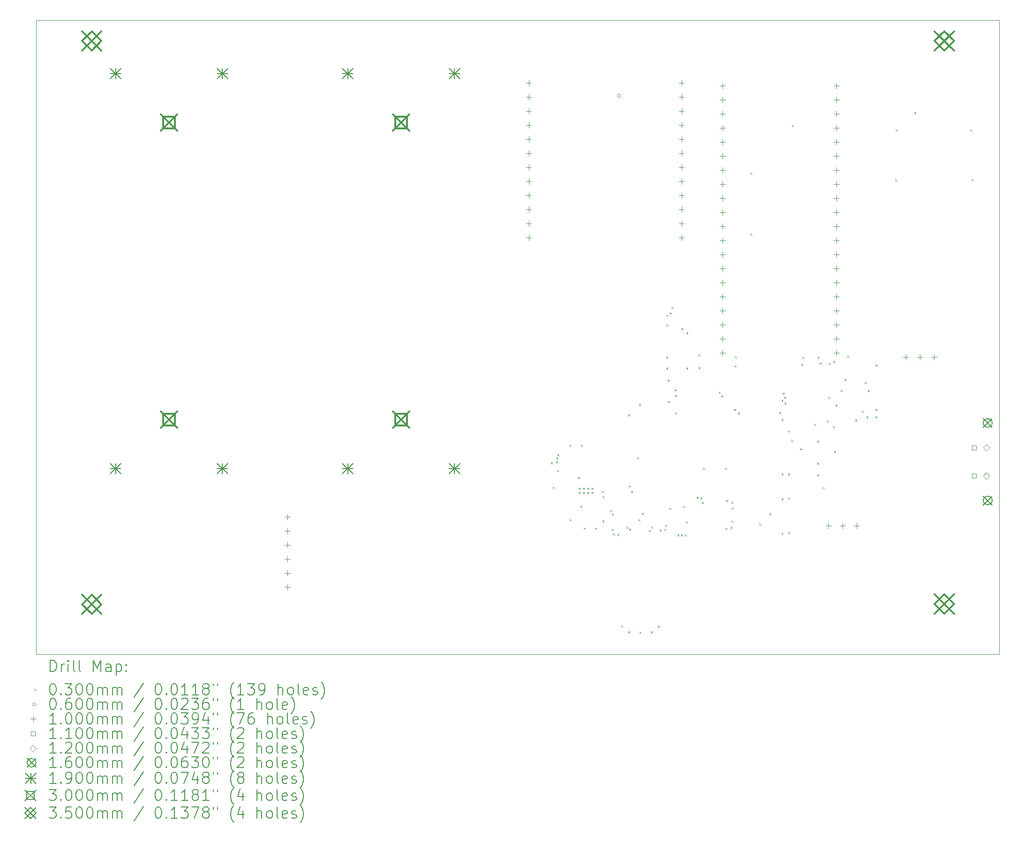
<source format=gbr>
%TF.GenerationSoftware,KiCad,Pcbnew,(6.0.9)*%
%TF.CreationDate,2023-04-17T01:59:31-04:00*%
%TF.ProjectId,TrailCounter,54726169-6c43-46f7-956e-7465722e6b69,rev?*%
%TF.SameCoordinates,Original*%
%TF.FileFunction,Drillmap*%
%TF.FilePolarity,Positive*%
%FSLAX45Y45*%
G04 Gerber Fmt 4.5, Leading zero omitted, Abs format (unit mm)*
G04 Created by KiCad (PCBNEW (6.0.9)) date 2023-04-17 01:59:31*
%MOMM*%
%LPD*%
G01*
G04 APERTURE LIST*
%ADD10C,0.100000*%
%ADD11C,0.200000*%
%ADD12C,0.030000*%
%ADD13C,0.060000*%
%ADD14C,0.110000*%
%ADD15C,0.120000*%
%ADD16C,0.160000*%
%ADD17C,0.190000*%
%ADD18C,0.300000*%
%ADD19C,0.350000*%
G04 APERTURE END LIST*
D10*
X2810000Y-2250000D02*
X20200000Y-2250000D01*
X20200000Y-2250000D02*
X20200000Y-13700000D01*
X20200000Y-13700000D02*
X2810000Y-13700000D01*
X2810000Y-13700000D02*
X2810000Y-2250000D01*
D11*
D12*
X12100110Y-10231360D02*
X12130110Y-10261360D01*
X12130110Y-10231360D02*
X12100110Y-10261360D01*
X12136360Y-10678400D02*
X12166360Y-10708400D01*
X12166360Y-10678400D02*
X12136360Y-10708400D01*
X12192240Y-10216120D02*
X12222240Y-10246120D01*
X12222240Y-10216120D02*
X12192240Y-10246120D01*
X12202400Y-10150080D02*
X12232400Y-10180080D01*
X12232400Y-10150080D02*
X12202400Y-10180080D01*
X12212560Y-10373600D02*
X12242560Y-10403600D01*
X12242560Y-10373600D02*
X12212560Y-10403600D01*
X12217640Y-10089120D02*
X12247640Y-10119120D01*
X12247640Y-10089120D02*
X12217640Y-10119120D01*
X12441160Y-9916400D02*
X12471160Y-9946400D01*
X12471160Y-9916400D02*
X12441160Y-9946400D01*
X12441160Y-11262600D02*
X12471160Y-11292600D01*
X12471160Y-11262600D02*
X12441160Y-11292600D01*
X12588110Y-10500600D02*
X12618110Y-10530600D01*
X12618110Y-10500600D02*
X12588110Y-10530600D01*
X12603720Y-10693640D02*
X12633720Y-10723640D01*
X12633720Y-10693640D02*
X12603720Y-10723640D01*
X12603720Y-10769840D02*
X12633720Y-10799840D01*
X12633720Y-10769840D02*
X12603720Y-10799840D01*
X12632709Y-11021809D02*
X12662709Y-11051809D01*
X12662709Y-11021809D02*
X12632709Y-11051809D01*
X12644360Y-9916400D02*
X12674360Y-9946400D01*
X12674360Y-9916400D02*
X12644360Y-9946400D01*
X12679920Y-10693640D02*
X12709920Y-10723640D01*
X12709920Y-10693640D02*
X12679920Y-10723640D01*
X12679920Y-10769840D02*
X12709920Y-10799840D01*
X12709920Y-10769840D02*
X12679920Y-10799840D01*
X12695160Y-11415000D02*
X12725160Y-11445000D01*
X12725160Y-11415000D02*
X12695160Y-11445000D01*
X12756120Y-10693640D02*
X12786120Y-10723640D01*
X12786120Y-10693640D02*
X12756120Y-10723640D01*
X12756120Y-10769840D02*
X12786120Y-10799840D01*
X12786120Y-10769840D02*
X12756120Y-10799840D01*
X12832320Y-10693640D02*
X12862320Y-10723640D01*
X12862320Y-10693640D02*
X12832320Y-10723640D01*
X12832320Y-10769840D02*
X12862320Y-10799840D01*
X12862320Y-10769840D02*
X12832320Y-10799840D01*
X12898360Y-11415000D02*
X12928360Y-11445000D01*
X12928360Y-11415000D02*
X12898360Y-11445000D01*
X13025360Y-10754600D02*
X13055360Y-10784600D01*
X13055360Y-10754600D02*
X13025360Y-10784600D01*
X13030440Y-10846040D02*
X13060440Y-10876040D01*
X13060440Y-10846040D02*
X13030440Y-10876040D01*
X13031880Y-11281480D02*
X13061880Y-11311480D01*
X13061880Y-11281480D02*
X13031880Y-11311480D01*
X13173780Y-11096060D02*
X13203780Y-11126060D01*
X13203780Y-11096060D02*
X13173780Y-11126060D01*
X13203160Y-11161000D02*
X13233160Y-11191000D01*
X13233160Y-11161000D02*
X13203160Y-11191000D01*
X13203160Y-11440400D02*
X13233160Y-11470400D01*
X13233160Y-11440400D02*
X13203160Y-11470400D01*
X13223480Y-11521680D02*
X13253480Y-11551680D01*
X13253480Y-11521680D02*
X13223480Y-11551680D01*
X13304760Y-11526760D02*
X13334760Y-11556760D01*
X13334760Y-11526760D02*
X13304760Y-11556760D01*
X13370800Y-13182840D02*
X13400800Y-13212840D01*
X13400800Y-13182840D02*
X13370800Y-13212840D01*
X13467320Y-11399760D02*
X13497320Y-11429760D01*
X13497320Y-11399760D02*
X13467320Y-11429760D01*
X13497800Y-9367760D02*
X13527800Y-9397760D01*
X13527800Y-9367760D02*
X13497800Y-9397760D01*
X13497800Y-13289520D02*
X13527800Y-13319520D01*
X13527800Y-13289520D02*
X13497800Y-13319520D01*
X13507960Y-10653000D02*
X13537960Y-10683000D01*
X13537960Y-10653000D02*
X13507960Y-10683000D01*
X13513040Y-11435320D02*
X13543040Y-11465320D01*
X13543040Y-11435320D02*
X13513040Y-11465320D01*
X13548600Y-10751090D02*
X13578600Y-10781090D01*
X13578600Y-10751090D02*
X13548600Y-10781090D01*
X13660360Y-10145000D02*
X13690360Y-10175000D01*
X13690360Y-10145000D02*
X13660360Y-10175000D01*
X13685760Y-11262600D02*
X13715760Y-11292600D01*
X13715760Y-11262600D02*
X13685760Y-11292600D01*
X13690840Y-9184880D02*
X13720840Y-9214880D01*
X13720840Y-9184880D02*
X13690840Y-9214880D01*
X13701000Y-13294600D02*
X13731000Y-13324600D01*
X13731000Y-13294600D02*
X13701000Y-13324600D01*
X13741640Y-11145760D02*
X13771640Y-11175760D01*
X13771640Y-11145760D02*
X13741640Y-11175760D01*
X13868640Y-11455640D02*
X13898640Y-11485640D01*
X13898640Y-11455640D02*
X13868640Y-11485640D01*
X13904200Y-13289520D02*
X13934200Y-13319520D01*
X13934200Y-13289520D02*
X13904200Y-13319520D01*
X13909280Y-11394680D02*
X13939280Y-11424680D01*
X13939280Y-11394680D02*
X13909280Y-11424680D01*
X14031200Y-13187920D02*
X14061200Y-13217920D01*
X14061200Y-13187920D02*
X14031200Y-13217920D01*
X14066760Y-11450560D02*
X14096760Y-11480560D01*
X14096760Y-11450560D02*
X14066760Y-11480560D01*
X14148040Y-11440400D02*
X14178040Y-11470400D01*
X14178040Y-11440400D02*
X14148040Y-11470400D01*
X14168360Y-11364200D02*
X14198360Y-11394200D01*
X14198360Y-11364200D02*
X14168360Y-11394200D01*
X14183600Y-8326360D02*
X14213600Y-8356360D01*
X14213600Y-8326360D02*
X14183600Y-8356360D01*
X14183600Y-8524480D02*
X14213600Y-8554480D01*
X14213600Y-8524480D02*
X14183600Y-8554480D01*
X14188680Y-7564360D02*
X14218680Y-7594360D01*
X14218680Y-7564360D02*
X14188680Y-7594360D01*
X14188680Y-7742160D02*
X14218680Y-7772160D01*
X14218680Y-7742160D02*
X14188680Y-7772160D01*
X14209000Y-8742920D02*
X14239000Y-8772920D01*
X14239000Y-8742920D02*
X14209000Y-8772920D01*
X14214080Y-9129000D02*
X14244080Y-9159000D01*
X14244080Y-9129000D02*
X14214080Y-9159000D01*
X14244560Y-11059400D02*
X14274560Y-11089400D01*
X14274560Y-11059400D02*
X14244560Y-11089400D01*
X14248630Y-7526805D02*
X14278630Y-7556805D01*
X14278630Y-7526805D02*
X14248630Y-7556805D01*
X14281330Y-7432280D02*
X14311330Y-7462280D01*
X14311330Y-7432280D02*
X14281330Y-7462280D01*
X14330920Y-8915640D02*
X14360920Y-8945640D01*
X14360920Y-8915640D02*
X14330920Y-8945640D01*
X14341080Y-9017240D02*
X14371080Y-9047240D01*
X14371080Y-9017240D02*
X14341080Y-9047240D01*
X14346160Y-9332200D02*
X14376160Y-9362200D01*
X14376160Y-9332200D02*
X14346160Y-9362200D01*
X14386800Y-11536920D02*
X14416800Y-11566920D01*
X14416800Y-11536920D02*
X14386800Y-11566920D01*
X14447760Y-11536920D02*
X14477760Y-11566920D01*
X14477760Y-11536920D02*
X14447760Y-11566920D01*
X14452840Y-7813280D02*
X14482840Y-7843280D01*
X14482840Y-7813280D02*
X14452840Y-7843280D01*
X14483320Y-11018760D02*
X14513320Y-11048760D01*
X14513320Y-11018760D02*
X14483320Y-11048760D01*
X14518880Y-11536920D02*
X14548880Y-11566920D01*
X14548880Y-11536920D02*
X14518880Y-11566920D01*
X14539200Y-11303240D02*
X14569200Y-11333240D01*
X14569200Y-11303240D02*
X14539200Y-11333240D01*
X14549360Y-7889480D02*
X14579360Y-7919480D01*
X14579360Y-7889480D02*
X14549360Y-7919480D01*
X14549360Y-8524480D02*
X14579360Y-8554480D01*
X14579360Y-8524480D02*
X14549360Y-8554480D01*
X14732240Y-10861280D02*
X14762240Y-10891280D01*
X14762240Y-10861280D02*
X14732240Y-10891280D01*
X14762720Y-8285720D02*
X14792720Y-8315720D01*
X14792720Y-8285720D02*
X14762720Y-8315720D01*
X14767800Y-8514320D02*
X14797800Y-8544320D01*
X14797800Y-8514320D02*
X14767800Y-8544320D01*
X14803360Y-10866360D02*
X14833360Y-10896360D01*
X14833360Y-10866360D02*
X14803360Y-10896360D01*
X14828760Y-10952720D02*
X14858760Y-10982720D01*
X14858760Y-10952720D02*
X14828760Y-10982720D01*
X14849080Y-10332960D02*
X14879080Y-10362960D01*
X14879080Y-10332960D02*
X14849080Y-10362960D01*
X15131037Y-8958803D02*
X15161037Y-8988803D01*
X15161037Y-8958803D02*
X15131037Y-8988803D01*
X15179280Y-9027400D02*
X15209280Y-9057400D01*
X15209280Y-9027400D02*
X15179280Y-9057400D01*
X15245320Y-10332960D02*
X15275320Y-10362960D01*
X15275320Y-10332960D02*
X15245320Y-10362960D01*
X15255480Y-11420080D02*
X15285480Y-11450080D01*
X15285480Y-11420080D02*
X15255480Y-11450080D01*
X15264007Y-10915528D02*
X15294007Y-10945528D01*
X15294007Y-10915528D02*
X15264007Y-10945528D01*
X15341840Y-11399760D02*
X15371840Y-11429760D01*
X15371840Y-11399760D02*
X15341840Y-11429760D01*
X15362160Y-10947640D02*
X15392160Y-10977640D01*
X15392160Y-10947640D02*
X15362160Y-10977640D01*
X15362160Y-11288000D02*
X15392160Y-11318000D01*
X15392160Y-11288000D02*
X15362160Y-11318000D01*
X15367240Y-11049240D02*
X15397240Y-11079240D01*
X15397240Y-11049240D02*
X15367240Y-11079240D01*
X15407880Y-9271240D02*
X15437880Y-9301240D01*
X15437880Y-9271240D02*
X15407880Y-9301240D01*
X15418040Y-8483840D02*
X15448040Y-8513840D01*
X15448040Y-8483840D02*
X15418040Y-8513840D01*
X15423120Y-8321280D02*
X15453120Y-8351280D01*
X15453120Y-8321280D02*
X15423120Y-8351280D01*
X15479000Y-9337280D02*
X15509000Y-9367280D01*
X15509000Y-9337280D02*
X15479000Y-9367280D01*
X15702520Y-4998960D02*
X15732520Y-5028960D01*
X15732520Y-4998960D02*
X15702520Y-5028960D01*
X15702520Y-6101320D02*
X15732520Y-6131320D01*
X15732520Y-6101320D02*
X15702520Y-6131320D01*
X15865080Y-11343880D02*
X15895080Y-11373880D01*
X15895080Y-11343880D02*
X15865080Y-11373880D01*
X16047960Y-11155920D02*
X16077960Y-11185920D01*
X16077960Y-11155920D02*
X16047960Y-11185920D01*
X16225760Y-9327120D02*
X16255760Y-9357120D01*
X16255760Y-9327120D02*
X16225760Y-9357120D01*
X16266400Y-9454120D02*
X16296400Y-9484120D01*
X16296400Y-9454120D02*
X16266400Y-9484120D01*
X16266400Y-10434560D02*
X16296400Y-10464560D01*
X16296400Y-10434560D02*
X16266400Y-10464560D01*
X16266400Y-11506440D02*
X16296400Y-11536440D01*
X16296400Y-11506440D02*
X16266400Y-11536440D01*
X16266751Y-9107829D02*
X16296751Y-9137829D01*
X16296751Y-9107829D02*
X16266751Y-9137829D01*
X16266889Y-10882770D02*
X16296889Y-10912770D01*
X16296889Y-10882770D02*
X16266889Y-10912770D01*
X16286720Y-8976100D02*
X16316720Y-9006100D01*
X16316720Y-8976100D02*
X16286720Y-9006100D01*
X16312120Y-9052800D02*
X16342120Y-9082800D01*
X16342120Y-9052800D02*
X16312120Y-9082800D01*
X16317551Y-9159129D02*
X16347551Y-9189129D01*
X16347551Y-9159129D02*
X16317551Y-9189129D01*
X16383240Y-9662400D02*
X16413240Y-9692400D01*
X16413240Y-9662400D02*
X16383240Y-9692400D01*
X16383240Y-10434560D02*
X16413240Y-10464560D01*
X16413240Y-10434560D02*
X16383240Y-10464560D01*
X16383240Y-10871440D02*
X16413240Y-10901440D01*
X16413240Y-10871440D02*
X16383240Y-10901440D01*
X16388320Y-11496280D02*
X16418320Y-11526280D01*
X16418320Y-11496280D02*
X16388320Y-11526280D01*
X16439120Y-9824960D02*
X16469120Y-9854960D01*
X16469120Y-9824960D02*
X16439120Y-9854960D01*
X16454360Y-4140440D02*
X16484360Y-4170440D01*
X16484360Y-4140440D02*
X16454360Y-4170440D01*
X16601680Y-9982440D02*
X16631680Y-10012440D01*
X16631680Y-9982440D02*
X16601680Y-10012440D01*
X16622000Y-8453360D02*
X16652000Y-8483360D01*
X16652000Y-8453360D02*
X16622000Y-8483360D01*
X16645150Y-8326360D02*
X16675150Y-8356360D01*
X16675150Y-8326360D02*
X16645150Y-8356360D01*
X16855680Y-9540480D02*
X16885680Y-9570480D01*
X16885680Y-9540480D02*
X16855680Y-9570480D01*
X16911560Y-9845280D02*
X16941560Y-9875280D01*
X16941560Y-9845280D02*
X16911560Y-9875280D01*
X16911560Y-10241520D02*
X16941560Y-10271520D01*
X16941560Y-10241520D02*
X16911560Y-10271520D01*
X16911560Y-10454880D02*
X16941560Y-10484880D01*
X16941560Y-10454880D02*
X16911560Y-10484880D01*
X16916640Y-8326360D02*
X16946640Y-8356360D01*
X16946640Y-8326360D02*
X16916640Y-8356360D01*
X16957280Y-8433040D02*
X16987280Y-8463040D01*
X16987280Y-8433040D02*
X16957280Y-8463040D01*
X17008080Y-10683480D02*
X17038080Y-10713480D01*
X17038080Y-10683480D02*
X17008080Y-10713480D01*
X17084280Y-9479520D02*
X17114280Y-9509520D01*
X17114280Y-9479520D02*
X17084280Y-9509520D01*
X17109680Y-9057880D02*
X17139680Y-9087880D01*
X17139680Y-9057880D02*
X17109680Y-9087880D01*
X17119840Y-8443200D02*
X17149840Y-8473200D01*
X17149840Y-8443200D02*
X17119840Y-8473200D01*
X17192650Y-9581120D02*
X17222650Y-9611120D01*
X17222650Y-9581120D02*
X17192650Y-9611120D01*
X17196040Y-8402560D02*
X17226040Y-8432560D01*
X17226040Y-8402560D02*
X17196040Y-8432560D01*
X17216360Y-10028160D02*
X17246360Y-10058160D01*
X17246360Y-10028160D02*
X17216360Y-10058160D01*
X17241760Y-9189960D02*
X17271760Y-9219960D01*
X17271760Y-9189960D02*
X17241760Y-9219960D01*
X17333200Y-8925800D02*
X17363200Y-8955800D01*
X17363200Y-8925800D02*
X17333200Y-8955800D01*
X17399240Y-8727680D02*
X17429240Y-8757680D01*
X17429240Y-8727680D02*
X17399240Y-8757680D01*
X17450040Y-8306040D02*
X17480040Y-8336040D01*
X17480040Y-8306040D02*
X17450040Y-8336040D01*
X17596724Y-9463850D02*
X17626724Y-9493850D01*
X17626724Y-9463850D02*
X17596724Y-9493850D01*
X17719280Y-9301720D02*
X17749280Y-9331720D01*
X17749280Y-9301720D02*
X17719280Y-9331720D01*
X17770080Y-8783560D02*
X17800080Y-8813560D01*
X17800080Y-8783560D02*
X17770080Y-8813560D01*
X17800560Y-9403320D02*
X17830560Y-9433320D01*
X17830560Y-9403320D02*
X17800560Y-9433320D01*
X17825960Y-8930880D02*
X17855960Y-8960880D01*
X17855960Y-8930880D02*
X17825960Y-8960880D01*
X17958040Y-9403320D02*
X17988040Y-9433320D01*
X17988040Y-9403320D02*
X17958040Y-9433320D01*
X17963120Y-8468600D02*
X17993120Y-8498600D01*
X17993120Y-8468600D02*
X17963120Y-8498600D01*
X17963120Y-9271240D02*
X17993120Y-9301240D01*
X17993120Y-9271240D02*
X17963120Y-9301240D01*
X18318720Y-5125960D02*
X18348720Y-5155960D01*
X18348720Y-5125960D02*
X18318720Y-5155960D01*
X18328880Y-4221720D02*
X18358880Y-4251720D01*
X18358880Y-4221720D02*
X18328880Y-4251720D01*
X18664160Y-3906760D02*
X18694160Y-3936760D01*
X18694160Y-3906760D02*
X18664160Y-3936760D01*
X19675080Y-4221720D02*
X19705080Y-4251720D01*
X19705080Y-4221720D02*
X19675080Y-4251720D01*
X19700480Y-5120880D02*
X19730480Y-5150880D01*
X19730480Y-5120880D02*
X19700480Y-5150880D01*
D13*
X13365000Y-3611880D02*
G75*
G03*
X13365000Y-3611880I-30000J0D01*
G01*
D10*
X7345680Y-11171720D02*
X7345680Y-11271720D01*
X7295680Y-11221720D02*
X7395680Y-11221720D01*
X7345680Y-11425720D02*
X7345680Y-11525720D01*
X7295680Y-11475720D02*
X7395680Y-11475720D01*
X7345680Y-11679720D02*
X7345680Y-11779720D01*
X7295680Y-11729720D02*
X7395680Y-11729720D01*
X7345680Y-11933720D02*
X7345680Y-12033720D01*
X7295680Y-11983720D02*
X7395680Y-11983720D01*
X7345680Y-12187720D02*
X7345680Y-12287720D01*
X7295680Y-12237720D02*
X7395680Y-12237720D01*
X7345680Y-12441720D02*
X7345680Y-12541720D01*
X7295680Y-12491720D02*
X7395680Y-12491720D01*
X11701000Y-3328200D02*
X11701000Y-3428200D01*
X11651000Y-3378200D02*
X11751000Y-3378200D01*
X11701000Y-3582200D02*
X11701000Y-3682200D01*
X11651000Y-3632200D02*
X11751000Y-3632200D01*
X11701000Y-3836200D02*
X11701000Y-3936200D01*
X11651000Y-3886200D02*
X11751000Y-3886200D01*
X11701000Y-4090200D02*
X11701000Y-4190200D01*
X11651000Y-4140200D02*
X11751000Y-4140200D01*
X11701000Y-4344200D02*
X11701000Y-4444200D01*
X11651000Y-4394200D02*
X11751000Y-4394200D01*
X11701000Y-4598200D02*
X11701000Y-4698200D01*
X11651000Y-4648200D02*
X11751000Y-4648200D01*
X11701000Y-4852200D02*
X11701000Y-4952200D01*
X11651000Y-4902200D02*
X11751000Y-4902200D01*
X11701000Y-5106200D02*
X11701000Y-5206200D01*
X11651000Y-5156200D02*
X11751000Y-5156200D01*
X11701000Y-5360200D02*
X11701000Y-5460200D01*
X11651000Y-5410200D02*
X11751000Y-5410200D01*
X11701000Y-5614200D02*
X11701000Y-5714200D01*
X11651000Y-5664200D02*
X11751000Y-5664200D01*
X11701000Y-5868200D02*
X11701000Y-5968200D01*
X11651000Y-5918200D02*
X11751000Y-5918200D01*
X11701000Y-6122200D02*
X11701000Y-6222200D01*
X11651000Y-6172200D02*
X11751000Y-6172200D01*
X14461000Y-3328200D02*
X14461000Y-3428200D01*
X14411000Y-3378200D02*
X14511000Y-3378200D01*
X14461000Y-3582200D02*
X14461000Y-3682200D01*
X14411000Y-3632200D02*
X14511000Y-3632200D01*
X14461000Y-3836200D02*
X14461000Y-3936200D01*
X14411000Y-3886200D02*
X14511000Y-3886200D01*
X14461000Y-4090200D02*
X14461000Y-4190200D01*
X14411000Y-4140200D02*
X14511000Y-4140200D01*
X14461000Y-4344200D02*
X14461000Y-4444200D01*
X14411000Y-4394200D02*
X14511000Y-4394200D01*
X14461000Y-4598200D02*
X14461000Y-4698200D01*
X14411000Y-4648200D02*
X14511000Y-4648200D01*
X14461000Y-4852200D02*
X14461000Y-4952200D01*
X14411000Y-4902200D02*
X14511000Y-4902200D01*
X14461000Y-5106200D02*
X14461000Y-5206200D01*
X14411000Y-5156200D02*
X14511000Y-5156200D01*
X14461000Y-5360200D02*
X14461000Y-5460200D01*
X14411000Y-5410200D02*
X14511000Y-5410200D01*
X14461000Y-5614200D02*
X14461000Y-5714200D01*
X14411000Y-5664200D02*
X14511000Y-5664200D01*
X14461000Y-5868200D02*
X14461000Y-5968200D01*
X14411000Y-5918200D02*
X14511000Y-5918200D01*
X14461000Y-6122200D02*
X14461000Y-6222200D01*
X14411000Y-6172200D02*
X14511000Y-6172200D01*
X15200600Y-3379000D02*
X15200600Y-3479000D01*
X15150600Y-3429000D02*
X15250600Y-3429000D01*
X15200600Y-3633000D02*
X15200600Y-3733000D01*
X15150600Y-3683000D02*
X15250600Y-3683000D01*
X15200600Y-3887000D02*
X15200600Y-3987000D01*
X15150600Y-3937000D02*
X15250600Y-3937000D01*
X15200600Y-4141000D02*
X15200600Y-4241000D01*
X15150600Y-4191000D02*
X15250600Y-4191000D01*
X15200600Y-4395000D02*
X15200600Y-4495000D01*
X15150600Y-4445000D02*
X15250600Y-4445000D01*
X15200600Y-4649000D02*
X15200600Y-4749000D01*
X15150600Y-4699000D02*
X15250600Y-4699000D01*
X15200600Y-4903000D02*
X15200600Y-5003000D01*
X15150600Y-4953000D02*
X15250600Y-4953000D01*
X15200600Y-5157000D02*
X15200600Y-5257000D01*
X15150600Y-5207000D02*
X15250600Y-5207000D01*
X15200600Y-5411000D02*
X15200600Y-5511000D01*
X15150600Y-5461000D02*
X15250600Y-5461000D01*
X15200600Y-5665000D02*
X15200600Y-5765000D01*
X15150600Y-5715000D02*
X15250600Y-5715000D01*
X15200600Y-5919000D02*
X15200600Y-6019000D01*
X15150600Y-5969000D02*
X15250600Y-5969000D01*
X15200600Y-6173000D02*
X15200600Y-6273000D01*
X15150600Y-6223000D02*
X15250600Y-6223000D01*
X15200600Y-6427000D02*
X15200600Y-6527000D01*
X15150600Y-6477000D02*
X15250600Y-6477000D01*
X15200600Y-6681000D02*
X15200600Y-6781000D01*
X15150600Y-6731000D02*
X15250600Y-6731000D01*
X15200600Y-6935000D02*
X15200600Y-7035000D01*
X15150600Y-6985000D02*
X15250600Y-6985000D01*
X15200600Y-7189000D02*
X15200600Y-7289000D01*
X15150600Y-7239000D02*
X15250600Y-7239000D01*
X15200600Y-7443000D02*
X15200600Y-7543000D01*
X15150600Y-7493000D02*
X15250600Y-7493000D01*
X15200600Y-7697000D02*
X15200600Y-7797000D01*
X15150600Y-7747000D02*
X15250600Y-7747000D01*
X15200600Y-7951000D02*
X15200600Y-8051000D01*
X15150600Y-8001000D02*
X15250600Y-8001000D01*
X15200600Y-8205000D02*
X15200600Y-8305000D01*
X15150600Y-8255000D02*
X15250600Y-8255000D01*
X17114520Y-11334280D02*
X17114520Y-11434280D01*
X17064520Y-11384280D02*
X17164520Y-11384280D01*
X17260600Y-3379000D02*
X17260600Y-3479000D01*
X17210600Y-3429000D02*
X17310600Y-3429000D01*
X17260600Y-3633000D02*
X17260600Y-3733000D01*
X17210600Y-3683000D02*
X17310600Y-3683000D01*
X17260600Y-3887000D02*
X17260600Y-3987000D01*
X17210600Y-3937000D02*
X17310600Y-3937000D01*
X17260600Y-4141000D02*
X17260600Y-4241000D01*
X17210600Y-4191000D02*
X17310600Y-4191000D01*
X17260600Y-4395000D02*
X17260600Y-4495000D01*
X17210600Y-4445000D02*
X17310600Y-4445000D01*
X17260600Y-4649000D02*
X17260600Y-4749000D01*
X17210600Y-4699000D02*
X17310600Y-4699000D01*
X17260600Y-4903000D02*
X17260600Y-5003000D01*
X17210600Y-4953000D02*
X17310600Y-4953000D01*
X17260600Y-5157000D02*
X17260600Y-5257000D01*
X17210600Y-5207000D02*
X17310600Y-5207000D01*
X17260600Y-5411000D02*
X17260600Y-5511000D01*
X17210600Y-5461000D02*
X17310600Y-5461000D01*
X17260600Y-5665000D02*
X17260600Y-5765000D01*
X17210600Y-5715000D02*
X17310600Y-5715000D01*
X17260600Y-5919000D02*
X17260600Y-6019000D01*
X17210600Y-5969000D02*
X17310600Y-5969000D01*
X17260600Y-6173000D02*
X17260600Y-6273000D01*
X17210600Y-6223000D02*
X17310600Y-6223000D01*
X17260600Y-6427000D02*
X17260600Y-6527000D01*
X17210600Y-6477000D02*
X17310600Y-6477000D01*
X17260600Y-6681000D02*
X17260600Y-6781000D01*
X17210600Y-6731000D02*
X17310600Y-6731000D01*
X17260600Y-6935000D02*
X17260600Y-7035000D01*
X17210600Y-6985000D02*
X17310600Y-6985000D01*
X17260600Y-7189000D02*
X17260600Y-7289000D01*
X17210600Y-7239000D02*
X17310600Y-7239000D01*
X17260600Y-7443000D02*
X17260600Y-7543000D01*
X17210600Y-7493000D02*
X17310600Y-7493000D01*
X17260600Y-7697000D02*
X17260600Y-7797000D01*
X17210600Y-7747000D02*
X17310600Y-7747000D01*
X17260600Y-7951000D02*
X17260600Y-8051000D01*
X17210600Y-8001000D02*
X17310600Y-8001000D01*
X17260600Y-8205000D02*
X17260600Y-8305000D01*
X17210600Y-8255000D02*
X17310600Y-8255000D01*
X17368520Y-11334280D02*
X17368520Y-11434280D01*
X17318520Y-11384280D02*
X17418520Y-11384280D01*
X17622520Y-11334280D02*
X17622520Y-11434280D01*
X17572520Y-11384280D02*
X17672520Y-11384280D01*
X18515100Y-8286280D02*
X18515100Y-8386280D01*
X18465100Y-8336280D02*
X18565100Y-8336280D01*
X18769100Y-8286280D02*
X18769100Y-8386280D01*
X18719100Y-8336280D02*
X18819100Y-8336280D01*
X19023100Y-8286280D02*
X19023100Y-8386280D01*
X18973100Y-8336280D02*
X19073100Y-8336280D01*
D14*
X19784491Y-10009931D02*
X19784491Y-9932149D01*
X19706709Y-9932149D01*
X19706709Y-10009931D01*
X19784491Y-10009931D01*
X19784491Y-10519931D02*
X19784491Y-10442149D01*
X19706709Y-10442149D01*
X19706709Y-10519931D01*
X19784491Y-10519931D01*
D15*
X19965600Y-10031040D02*
X20025600Y-9971040D01*
X19965600Y-9911040D01*
X19905600Y-9971040D01*
X19965600Y-10031040D01*
X19965600Y-10541040D02*
X20025600Y-10481040D01*
X19965600Y-10421040D01*
X19905600Y-10481040D01*
X19965600Y-10541040D01*
D16*
X19910600Y-9446040D02*
X20070600Y-9606040D01*
X20070600Y-9446040D02*
X19910600Y-9606040D01*
X20070600Y-9526040D02*
G75*
G03*
X20070600Y-9526040I-80000J0D01*
G01*
X19910600Y-10846040D02*
X20070600Y-11006040D01*
X20070600Y-10846040D02*
X19910600Y-11006040D01*
X20070600Y-10926040D02*
G75*
G03*
X20070600Y-10926040I-80000J0D01*
G01*
D17*
X4147000Y-3116800D02*
X4337000Y-3306800D01*
X4337000Y-3116800D02*
X4147000Y-3306800D01*
X4242000Y-3116800D02*
X4242000Y-3306800D01*
X4147000Y-3211800D02*
X4337000Y-3211800D01*
X4147000Y-10256800D02*
X4337000Y-10446800D01*
X4337000Y-10256800D02*
X4147000Y-10446800D01*
X4242000Y-10256800D02*
X4242000Y-10446800D01*
X4147000Y-10351800D02*
X4337000Y-10351800D01*
X6077000Y-3116800D02*
X6267000Y-3306800D01*
X6267000Y-3116800D02*
X6077000Y-3306800D01*
X6172000Y-3116800D02*
X6172000Y-3306800D01*
X6077000Y-3211800D02*
X6267000Y-3211800D01*
X6077000Y-10256800D02*
X6267000Y-10446800D01*
X6267000Y-10256800D02*
X6077000Y-10446800D01*
X6172000Y-10256800D02*
X6172000Y-10446800D01*
X6077000Y-10351800D02*
X6267000Y-10351800D01*
X8338000Y-3116800D02*
X8528000Y-3306800D01*
X8528000Y-3116800D02*
X8338000Y-3306800D01*
X8433000Y-3116800D02*
X8433000Y-3306800D01*
X8338000Y-3211800D02*
X8528000Y-3211800D01*
X8338000Y-10256800D02*
X8528000Y-10446800D01*
X8528000Y-10256800D02*
X8338000Y-10446800D01*
X8433000Y-10256800D02*
X8433000Y-10446800D01*
X8338000Y-10351800D02*
X8528000Y-10351800D01*
X10268000Y-3116800D02*
X10458000Y-3306800D01*
X10458000Y-3116800D02*
X10268000Y-3306800D01*
X10363000Y-3116800D02*
X10363000Y-3306800D01*
X10268000Y-3211800D02*
X10458000Y-3211800D01*
X10268000Y-10256800D02*
X10458000Y-10446800D01*
X10458000Y-10256800D02*
X10268000Y-10446800D01*
X10363000Y-10256800D02*
X10363000Y-10446800D01*
X10268000Y-10351800D02*
X10458000Y-10351800D01*
D18*
X5057000Y-3946800D02*
X5357000Y-4246800D01*
X5357000Y-3946800D02*
X5057000Y-4246800D01*
X5313067Y-4202867D02*
X5313067Y-3990733D01*
X5100933Y-3990733D01*
X5100933Y-4202867D01*
X5313067Y-4202867D01*
X5057000Y-9316800D02*
X5357000Y-9616800D01*
X5357000Y-9316800D02*
X5057000Y-9616800D01*
X5313067Y-9572867D02*
X5313067Y-9360733D01*
X5100933Y-9360733D01*
X5100933Y-9572867D01*
X5313067Y-9572867D01*
X9248000Y-3946800D02*
X9548000Y-4246800D01*
X9548000Y-3946800D02*
X9248000Y-4246800D01*
X9504067Y-4202867D02*
X9504067Y-3990733D01*
X9291933Y-3990733D01*
X9291933Y-4202867D01*
X9504067Y-4202867D01*
X9248000Y-9316800D02*
X9548000Y-9616800D01*
X9548000Y-9316800D02*
X9248000Y-9616800D01*
X9504067Y-9572867D02*
X9504067Y-9360733D01*
X9291933Y-9360733D01*
X9291933Y-9572867D01*
X9504067Y-9572867D01*
D19*
X3635000Y-2446280D02*
X3985000Y-2796280D01*
X3985000Y-2446280D02*
X3635000Y-2796280D01*
X3810000Y-2796280D02*
X3985000Y-2621280D01*
X3810000Y-2446280D01*
X3635000Y-2621280D01*
X3810000Y-2796280D01*
X3635000Y-12626600D02*
X3985000Y-12976600D01*
X3985000Y-12626600D02*
X3635000Y-12976600D01*
X3810000Y-12976600D02*
X3985000Y-12801600D01*
X3810000Y-12626600D01*
X3635000Y-12801600D01*
X3810000Y-12976600D01*
X19032480Y-2446280D02*
X19382480Y-2796280D01*
X19382480Y-2446280D02*
X19032480Y-2796280D01*
X19207480Y-2796280D02*
X19382480Y-2621280D01*
X19207480Y-2446280D01*
X19032480Y-2621280D01*
X19207480Y-2796280D01*
X19032480Y-12621520D02*
X19382480Y-12971520D01*
X19382480Y-12621520D02*
X19032480Y-12971520D01*
X19207480Y-12971520D02*
X19382480Y-12796520D01*
X19207480Y-12621520D01*
X19032480Y-12796520D01*
X19207480Y-12971520D01*
D11*
X3062619Y-14015476D02*
X3062619Y-13815476D01*
X3110238Y-13815476D01*
X3138809Y-13825000D01*
X3157857Y-13844048D01*
X3167381Y-13863095D01*
X3176905Y-13901190D01*
X3176905Y-13929762D01*
X3167381Y-13967857D01*
X3157857Y-13986905D01*
X3138809Y-14005952D01*
X3110238Y-14015476D01*
X3062619Y-14015476D01*
X3262619Y-14015476D02*
X3262619Y-13882143D01*
X3262619Y-13920238D02*
X3272143Y-13901190D01*
X3281667Y-13891667D01*
X3300714Y-13882143D01*
X3319762Y-13882143D01*
X3386428Y-14015476D02*
X3386428Y-13882143D01*
X3386428Y-13815476D02*
X3376905Y-13825000D01*
X3386428Y-13834524D01*
X3395952Y-13825000D01*
X3386428Y-13815476D01*
X3386428Y-13834524D01*
X3510238Y-14015476D02*
X3491190Y-14005952D01*
X3481667Y-13986905D01*
X3481667Y-13815476D01*
X3615000Y-14015476D02*
X3595952Y-14005952D01*
X3586428Y-13986905D01*
X3586428Y-13815476D01*
X3843571Y-14015476D02*
X3843571Y-13815476D01*
X3910238Y-13958333D01*
X3976905Y-13815476D01*
X3976905Y-14015476D01*
X4157857Y-14015476D02*
X4157857Y-13910714D01*
X4148333Y-13891667D01*
X4129286Y-13882143D01*
X4091190Y-13882143D01*
X4072143Y-13891667D01*
X4157857Y-14005952D02*
X4138809Y-14015476D01*
X4091190Y-14015476D01*
X4072143Y-14005952D01*
X4062619Y-13986905D01*
X4062619Y-13967857D01*
X4072143Y-13948809D01*
X4091190Y-13939286D01*
X4138809Y-13939286D01*
X4157857Y-13929762D01*
X4253095Y-13882143D02*
X4253095Y-14082143D01*
X4253095Y-13891667D02*
X4272143Y-13882143D01*
X4310238Y-13882143D01*
X4329286Y-13891667D01*
X4338810Y-13901190D01*
X4348333Y-13920238D01*
X4348333Y-13977381D01*
X4338810Y-13996428D01*
X4329286Y-14005952D01*
X4310238Y-14015476D01*
X4272143Y-14015476D01*
X4253095Y-14005952D01*
X4434048Y-13996428D02*
X4443571Y-14005952D01*
X4434048Y-14015476D01*
X4424524Y-14005952D01*
X4434048Y-13996428D01*
X4434048Y-14015476D01*
X4434048Y-13891667D02*
X4443571Y-13901190D01*
X4434048Y-13910714D01*
X4424524Y-13901190D01*
X4434048Y-13891667D01*
X4434048Y-13910714D01*
D12*
X2775000Y-14330000D02*
X2805000Y-14360000D01*
X2805000Y-14330000D02*
X2775000Y-14360000D01*
D11*
X3100714Y-14235476D02*
X3119762Y-14235476D01*
X3138809Y-14245000D01*
X3148333Y-14254524D01*
X3157857Y-14273571D01*
X3167381Y-14311667D01*
X3167381Y-14359286D01*
X3157857Y-14397381D01*
X3148333Y-14416428D01*
X3138809Y-14425952D01*
X3119762Y-14435476D01*
X3100714Y-14435476D01*
X3081667Y-14425952D01*
X3072143Y-14416428D01*
X3062619Y-14397381D01*
X3053095Y-14359286D01*
X3053095Y-14311667D01*
X3062619Y-14273571D01*
X3072143Y-14254524D01*
X3081667Y-14245000D01*
X3100714Y-14235476D01*
X3253095Y-14416428D02*
X3262619Y-14425952D01*
X3253095Y-14435476D01*
X3243571Y-14425952D01*
X3253095Y-14416428D01*
X3253095Y-14435476D01*
X3329286Y-14235476D02*
X3453095Y-14235476D01*
X3386428Y-14311667D01*
X3415000Y-14311667D01*
X3434048Y-14321190D01*
X3443571Y-14330714D01*
X3453095Y-14349762D01*
X3453095Y-14397381D01*
X3443571Y-14416428D01*
X3434048Y-14425952D01*
X3415000Y-14435476D01*
X3357857Y-14435476D01*
X3338809Y-14425952D01*
X3329286Y-14416428D01*
X3576905Y-14235476D02*
X3595952Y-14235476D01*
X3615000Y-14245000D01*
X3624524Y-14254524D01*
X3634048Y-14273571D01*
X3643571Y-14311667D01*
X3643571Y-14359286D01*
X3634048Y-14397381D01*
X3624524Y-14416428D01*
X3615000Y-14425952D01*
X3595952Y-14435476D01*
X3576905Y-14435476D01*
X3557857Y-14425952D01*
X3548333Y-14416428D01*
X3538809Y-14397381D01*
X3529286Y-14359286D01*
X3529286Y-14311667D01*
X3538809Y-14273571D01*
X3548333Y-14254524D01*
X3557857Y-14245000D01*
X3576905Y-14235476D01*
X3767381Y-14235476D02*
X3786428Y-14235476D01*
X3805476Y-14245000D01*
X3815000Y-14254524D01*
X3824524Y-14273571D01*
X3834048Y-14311667D01*
X3834048Y-14359286D01*
X3824524Y-14397381D01*
X3815000Y-14416428D01*
X3805476Y-14425952D01*
X3786428Y-14435476D01*
X3767381Y-14435476D01*
X3748333Y-14425952D01*
X3738809Y-14416428D01*
X3729286Y-14397381D01*
X3719762Y-14359286D01*
X3719762Y-14311667D01*
X3729286Y-14273571D01*
X3738809Y-14254524D01*
X3748333Y-14245000D01*
X3767381Y-14235476D01*
X3919762Y-14435476D02*
X3919762Y-14302143D01*
X3919762Y-14321190D02*
X3929286Y-14311667D01*
X3948333Y-14302143D01*
X3976905Y-14302143D01*
X3995952Y-14311667D01*
X4005476Y-14330714D01*
X4005476Y-14435476D01*
X4005476Y-14330714D02*
X4015000Y-14311667D01*
X4034048Y-14302143D01*
X4062619Y-14302143D01*
X4081667Y-14311667D01*
X4091190Y-14330714D01*
X4091190Y-14435476D01*
X4186428Y-14435476D02*
X4186428Y-14302143D01*
X4186428Y-14321190D02*
X4195952Y-14311667D01*
X4215000Y-14302143D01*
X4243571Y-14302143D01*
X4262619Y-14311667D01*
X4272143Y-14330714D01*
X4272143Y-14435476D01*
X4272143Y-14330714D02*
X4281667Y-14311667D01*
X4300714Y-14302143D01*
X4329286Y-14302143D01*
X4348333Y-14311667D01*
X4357857Y-14330714D01*
X4357857Y-14435476D01*
X4748333Y-14225952D02*
X4576905Y-14483095D01*
X5005476Y-14235476D02*
X5024524Y-14235476D01*
X5043571Y-14245000D01*
X5053095Y-14254524D01*
X5062619Y-14273571D01*
X5072143Y-14311667D01*
X5072143Y-14359286D01*
X5062619Y-14397381D01*
X5053095Y-14416428D01*
X5043571Y-14425952D01*
X5024524Y-14435476D01*
X5005476Y-14435476D01*
X4986429Y-14425952D01*
X4976905Y-14416428D01*
X4967381Y-14397381D01*
X4957857Y-14359286D01*
X4957857Y-14311667D01*
X4967381Y-14273571D01*
X4976905Y-14254524D01*
X4986429Y-14245000D01*
X5005476Y-14235476D01*
X5157857Y-14416428D02*
X5167381Y-14425952D01*
X5157857Y-14435476D01*
X5148333Y-14425952D01*
X5157857Y-14416428D01*
X5157857Y-14435476D01*
X5291190Y-14235476D02*
X5310238Y-14235476D01*
X5329286Y-14245000D01*
X5338810Y-14254524D01*
X5348333Y-14273571D01*
X5357857Y-14311667D01*
X5357857Y-14359286D01*
X5348333Y-14397381D01*
X5338810Y-14416428D01*
X5329286Y-14425952D01*
X5310238Y-14435476D01*
X5291190Y-14435476D01*
X5272143Y-14425952D01*
X5262619Y-14416428D01*
X5253095Y-14397381D01*
X5243571Y-14359286D01*
X5243571Y-14311667D01*
X5253095Y-14273571D01*
X5262619Y-14254524D01*
X5272143Y-14245000D01*
X5291190Y-14235476D01*
X5548333Y-14435476D02*
X5434048Y-14435476D01*
X5491190Y-14435476D02*
X5491190Y-14235476D01*
X5472143Y-14264048D01*
X5453095Y-14283095D01*
X5434048Y-14292619D01*
X5738809Y-14435476D02*
X5624524Y-14435476D01*
X5681667Y-14435476D02*
X5681667Y-14235476D01*
X5662619Y-14264048D01*
X5643571Y-14283095D01*
X5624524Y-14292619D01*
X5853095Y-14321190D02*
X5834048Y-14311667D01*
X5824524Y-14302143D01*
X5815000Y-14283095D01*
X5815000Y-14273571D01*
X5824524Y-14254524D01*
X5834048Y-14245000D01*
X5853095Y-14235476D01*
X5891190Y-14235476D01*
X5910238Y-14245000D01*
X5919762Y-14254524D01*
X5929286Y-14273571D01*
X5929286Y-14283095D01*
X5919762Y-14302143D01*
X5910238Y-14311667D01*
X5891190Y-14321190D01*
X5853095Y-14321190D01*
X5834048Y-14330714D01*
X5824524Y-14340238D01*
X5815000Y-14359286D01*
X5815000Y-14397381D01*
X5824524Y-14416428D01*
X5834048Y-14425952D01*
X5853095Y-14435476D01*
X5891190Y-14435476D01*
X5910238Y-14425952D01*
X5919762Y-14416428D01*
X5929286Y-14397381D01*
X5929286Y-14359286D01*
X5919762Y-14340238D01*
X5910238Y-14330714D01*
X5891190Y-14321190D01*
X6005476Y-14235476D02*
X6005476Y-14273571D01*
X6081667Y-14235476D02*
X6081667Y-14273571D01*
X6376905Y-14511667D02*
X6367381Y-14502143D01*
X6348333Y-14473571D01*
X6338809Y-14454524D01*
X6329286Y-14425952D01*
X6319762Y-14378333D01*
X6319762Y-14340238D01*
X6329286Y-14292619D01*
X6338809Y-14264048D01*
X6348333Y-14245000D01*
X6367381Y-14216428D01*
X6376905Y-14206905D01*
X6557857Y-14435476D02*
X6443571Y-14435476D01*
X6500714Y-14435476D02*
X6500714Y-14235476D01*
X6481667Y-14264048D01*
X6462619Y-14283095D01*
X6443571Y-14292619D01*
X6624524Y-14235476D02*
X6748333Y-14235476D01*
X6681667Y-14311667D01*
X6710238Y-14311667D01*
X6729286Y-14321190D01*
X6738809Y-14330714D01*
X6748333Y-14349762D01*
X6748333Y-14397381D01*
X6738809Y-14416428D01*
X6729286Y-14425952D01*
X6710238Y-14435476D01*
X6653095Y-14435476D01*
X6634048Y-14425952D01*
X6624524Y-14416428D01*
X6843571Y-14435476D02*
X6881667Y-14435476D01*
X6900714Y-14425952D01*
X6910238Y-14416428D01*
X6929286Y-14387857D01*
X6938809Y-14349762D01*
X6938809Y-14273571D01*
X6929286Y-14254524D01*
X6919762Y-14245000D01*
X6900714Y-14235476D01*
X6862619Y-14235476D01*
X6843571Y-14245000D01*
X6834048Y-14254524D01*
X6824524Y-14273571D01*
X6824524Y-14321190D01*
X6834048Y-14340238D01*
X6843571Y-14349762D01*
X6862619Y-14359286D01*
X6900714Y-14359286D01*
X6919762Y-14349762D01*
X6929286Y-14340238D01*
X6938809Y-14321190D01*
X7176905Y-14435476D02*
X7176905Y-14235476D01*
X7262619Y-14435476D02*
X7262619Y-14330714D01*
X7253095Y-14311667D01*
X7234048Y-14302143D01*
X7205476Y-14302143D01*
X7186428Y-14311667D01*
X7176905Y-14321190D01*
X7386428Y-14435476D02*
X7367381Y-14425952D01*
X7357857Y-14416428D01*
X7348333Y-14397381D01*
X7348333Y-14340238D01*
X7357857Y-14321190D01*
X7367381Y-14311667D01*
X7386428Y-14302143D01*
X7415000Y-14302143D01*
X7434048Y-14311667D01*
X7443571Y-14321190D01*
X7453095Y-14340238D01*
X7453095Y-14397381D01*
X7443571Y-14416428D01*
X7434048Y-14425952D01*
X7415000Y-14435476D01*
X7386428Y-14435476D01*
X7567381Y-14435476D02*
X7548333Y-14425952D01*
X7538809Y-14406905D01*
X7538809Y-14235476D01*
X7719762Y-14425952D02*
X7700714Y-14435476D01*
X7662619Y-14435476D01*
X7643571Y-14425952D01*
X7634048Y-14406905D01*
X7634048Y-14330714D01*
X7643571Y-14311667D01*
X7662619Y-14302143D01*
X7700714Y-14302143D01*
X7719762Y-14311667D01*
X7729286Y-14330714D01*
X7729286Y-14349762D01*
X7634048Y-14368809D01*
X7805476Y-14425952D02*
X7824524Y-14435476D01*
X7862619Y-14435476D01*
X7881667Y-14425952D01*
X7891190Y-14406905D01*
X7891190Y-14397381D01*
X7881667Y-14378333D01*
X7862619Y-14368809D01*
X7834048Y-14368809D01*
X7815000Y-14359286D01*
X7805476Y-14340238D01*
X7805476Y-14330714D01*
X7815000Y-14311667D01*
X7834048Y-14302143D01*
X7862619Y-14302143D01*
X7881667Y-14311667D01*
X7957857Y-14511667D02*
X7967381Y-14502143D01*
X7986428Y-14473571D01*
X7995952Y-14454524D01*
X8005476Y-14425952D01*
X8015000Y-14378333D01*
X8015000Y-14340238D01*
X8005476Y-14292619D01*
X7995952Y-14264048D01*
X7986428Y-14245000D01*
X7967381Y-14216428D01*
X7957857Y-14206905D01*
D13*
X2805000Y-14609000D02*
G75*
G03*
X2805000Y-14609000I-30000J0D01*
G01*
D11*
X3100714Y-14499476D02*
X3119762Y-14499476D01*
X3138809Y-14509000D01*
X3148333Y-14518524D01*
X3157857Y-14537571D01*
X3167381Y-14575667D01*
X3167381Y-14623286D01*
X3157857Y-14661381D01*
X3148333Y-14680428D01*
X3138809Y-14689952D01*
X3119762Y-14699476D01*
X3100714Y-14699476D01*
X3081667Y-14689952D01*
X3072143Y-14680428D01*
X3062619Y-14661381D01*
X3053095Y-14623286D01*
X3053095Y-14575667D01*
X3062619Y-14537571D01*
X3072143Y-14518524D01*
X3081667Y-14509000D01*
X3100714Y-14499476D01*
X3253095Y-14680428D02*
X3262619Y-14689952D01*
X3253095Y-14699476D01*
X3243571Y-14689952D01*
X3253095Y-14680428D01*
X3253095Y-14699476D01*
X3434048Y-14499476D02*
X3395952Y-14499476D01*
X3376905Y-14509000D01*
X3367381Y-14518524D01*
X3348333Y-14547095D01*
X3338809Y-14585190D01*
X3338809Y-14661381D01*
X3348333Y-14680428D01*
X3357857Y-14689952D01*
X3376905Y-14699476D01*
X3415000Y-14699476D01*
X3434048Y-14689952D01*
X3443571Y-14680428D01*
X3453095Y-14661381D01*
X3453095Y-14613762D01*
X3443571Y-14594714D01*
X3434048Y-14585190D01*
X3415000Y-14575667D01*
X3376905Y-14575667D01*
X3357857Y-14585190D01*
X3348333Y-14594714D01*
X3338809Y-14613762D01*
X3576905Y-14499476D02*
X3595952Y-14499476D01*
X3615000Y-14509000D01*
X3624524Y-14518524D01*
X3634048Y-14537571D01*
X3643571Y-14575667D01*
X3643571Y-14623286D01*
X3634048Y-14661381D01*
X3624524Y-14680428D01*
X3615000Y-14689952D01*
X3595952Y-14699476D01*
X3576905Y-14699476D01*
X3557857Y-14689952D01*
X3548333Y-14680428D01*
X3538809Y-14661381D01*
X3529286Y-14623286D01*
X3529286Y-14575667D01*
X3538809Y-14537571D01*
X3548333Y-14518524D01*
X3557857Y-14509000D01*
X3576905Y-14499476D01*
X3767381Y-14499476D02*
X3786428Y-14499476D01*
X3805476Y-14509000D01*
X3815000Y-14518524D01*
X3824524Y-14537571D01*
X3834048Y-14575667D01*
X3834048Y-14623286D01*
X3824524Y-14661381D01*
X3815000Y-14680428D01*
X3805476Y-14689952D01*
X3786428Y-14699476D01*
X3767381Y-14699476D01*
X3748333Y-14689952D01*
X3738809Y-14680428D01*
X3729286Y-14661381D01*
X3719762Y-14623286D01*
X3719762Y-14575667D01*
X3729286Y-14537571D01*
X3738809Y-14518524D01*
X3748333Y-14509000D01*
X3767381Y-14499476D01*
X3919762Y-14699476D02*
X3919762Y-14566143D01*
X3919762Y-14585190D02*
X3929286Y-14575667D01*
X3948333Y-14566143D01*
X3976905Y-14566143D01*
X3995952Y-14575667D01*
X4005476Y-14594714D01*
X4005476Y-14699476D01*
X4005476Y-14594714D02*
X4015000Y-14575667D01*
X4034048Y-14566143D01*
X4062619Y-14566143D01*
X4081667Y-14575667D01*
X4091190Y-14594714D01*
X4091190Y-14699476D01*
X4186428Y-14699476D02*
X4186428Y-14566143D01*
X4186428Y-14585190D02*
X4195952Y-14575667D01*
X4215000Y-14566143D01*
X4243571Y-14566143D01*
X4262619Y-14575667D01*
X4272143Y-14594714D01*
X4272143Y-14699476D01*
X4272143Y-14594714D02*
X4281667Y-14575667D01*
X4300714Y-14566143D01*
X4329286Y-14566143D01*
X4348333Y-14575667D01*
X4357857Y-14594714D01*
X4357857Y-14699476D01*
X4748333Y-14489952D02*
X4576905Y-14747095D01*
X5005476Y-14499476D02*
X5024524Y-14499476D01*
X5043571Y-14509000D01*
X5053095Y-14518524D01*
X5062619Y-14537571D01*
X5072143Y-14575667D01*
X5072143Y-14623286D01*
X5062619Y-14661381D01*
X5053095Y-14680428D01*
X5043571Y-14689952D01*
X5024524Y-14699476D01*
X5005476Y-14699476D01*
X4986429Y-14689952D01*
X4976905Y-14680428D01*
X4967381Y-14661381D01*
X4957857Y-14623286D01*
X4957857Y-14575667D01*
X4967381Y-14537571D01*
X4976905Y-14518524D01*
X4986429Y-14509000D01*
X5005476Y-14499476D01*
X5157857Y-14680428D02*
X5167381Y-14689952D01*
X5157857Y-14699476D01*
X5148333Y-14689952D01*
X5157857Y-14680428D01*
X5157857Y-14699476D01*
X5291190Y-14499476D02*
X5310238Y-14499476D01*
X5329286Y-14509000D01*
X5338810Y-14518524D01*
X5348333Y-14537571D01*
X5357857Y-14575667D01*
X5357857Y-14623286D01*
X5348333Y-14661381D01*
X5338810Y-14680428D01*
X5329286Y-14689952D01*
X5310238Y-14699476D01*
X5291190Y-14699476D01*
X5272143Y-14689952D01*
X5262619Y-14680428D01*
X5253095Y-14661381D01*
X5243571Y-14623286D01*
X5243571Y-14575667D01*
X5253095Y-14537571D01*
X5262619Y-14518524D01*
X5272143Y-14509000D01*
X5291190Y-14499476D01*
X5434048Y-14518524D02*
X5443571Y-14509000D01*
X5462619Y-14499476D01*
X5510238Y-14499476D01*
X5529286Y-14509000D01*
X5538810Y-14518524D01*
X5548333Y-14537571D01*
X5548333Y-14556619D01*
X5538810Y-14585190D01*
X5424524Y-14699476D01*
X5548333Y-14699476D01*
X5615000Y-14499476D02*
X5738809Y-14499476D01*
X5672143Y-14575667D01*
X5700714Y-14575667D01*
X5719762Y-14585190D01*
X5729286Y-14594714D01*
X5738809Y-14613762D01*
X5738809Y-14661381D01*
X5729286Y-14680428D01*
X5719762Y-14689952D01*
X5700714Y-14699476D01*
X5643571Y-14699476D01*
X5624524Y-14689952D01*
X5615000Y-14680428D01*
X5910238Y-14499476D02*
X5872143Y-14499476D01*
X5853095Y-14509000D01*
X5843571Y-14518524D01*
X5824524Y-14547095D01*
X5815000Y-14585190D01*
X5815000Y-14661381D01*
X5824524Y-14680428D01*
X5834048Y-14689952D01*
X5853095Y-14699476D01*
X5891190Y-14699476D01*
X5910238Y-14689952D01*
X5919762Y-14680428D01*
X5929286Y-14661381D01*
X5929286Y-14613762D01*
X5919762Y-14594714D01*
X5910238Y-14585190D01*
X5891190Y-14575667D01*
X5853095Y-14575667D01*
X5834048Y-14585190D01*
X5824524Y-14594714D01*
X5815000Y-14613762D01*
X6005476Y-14499476D02*
X6005476Y-14537571D01*
X6081667Y-14499476D02*
X6081667Y-14537571D01*
X6376905Y-14775667D02*
X6367381Y-14766143D01*
X6348333Y-14737571D01*
X6338809Y-14718524D01*
X6329286Y-14689952D01*
X6319762Y-14642333D01*
X6319762Y-14604238D01*
X6329286Y-14556619D01*
X6338809Y-14528048D01*
X6348333Y-14509000D01*
X6367381Y-14480428D01*
X6376905Y-14470905D01*
X6557857Y-14699476D02*
X6443571Y-14699476D01*
X6500714Y-14699476D02*
X6500714Y-14499476D01*
X6481667Y-14528048D01*
X6462619Y-14547095D01*
X6443571Y-14556619D01*
X6795952Y-14699476D02*
X6795952Y-14499476D01*
X6881667Y-14699476D02*
X6881667Y-14594714D01*
X6872143Y-14575667D01*
X6853095Y-14566143D01*
X6824524Y-14566143D01*
X6805476Y-14575667D01*
X6795952Y-14585190D01*
X7005476Y-14699476D02*
X6986428Y-14689952D01*
X6976905Y-14680428D01*
X6967381Y-14661381D01*
X6967381Y-14604238D01*
X6976905Y-14585190D01*
X6986428Y-14575667D01*
X7005476Y-14566143D01*
X7034048Y-14566143D01*
X7053095Y-14575667D01*
X7062619Y-14585190D01*
X7072143Y-14604238D01*
X7072143Y-14661381D01*
X7062619Y-14680428D01*
X7053095Y-14689952D01*
X7034048Y-14699476D01*
X7005476Y-14699476D01*
X7186428Y-14699476D02*
X7167381Y-14689952D01*
X7157857Y-14670905D01*
X7157857Y-14499476D01*
X7338809Y-14689952D02*
X7319762Y-14699476D01*
X7281667Y-14699476D01*
X7262619Y-14689952D01*
X7253095Y-14670905D01*
X7253095Y-14594714D01*
X7262619Y-14575667D01*
X7281667Y-14566143D01*
X7319762Y-14566143D01*
X7338809Y-14575667D01*
X7348333Y-14594714D01*
X7348333Y-14613762D01*
X7253095Y-14632809D01*
X7415000Y-14775667D02*
X7424524Y-14766143D01*
X7443571Y-14737571D01*
X7453095Y-14718524D01*
X7462619Y-14689952D01*
X7472143Y-14642333D01*
X7472143Y-14604238D01*
X7462619Y-14556619D01*
X7453095Y-14528048D01*
X7443571Y-14509000D01*
X7424524Y-14480428D01*
X7415000Y-14470905D01*
D10*
X2755000Y-14823000D02*
X2755000Y-14923000D01*
X2705000Y-14873000D02*
X2805000Y-14873000D01*
D11*
X3167381Y-14963476D02*
X3053095Y-14963476D01*
X3110238Y-14963476D02*
X3110238Y-14763476D01*
X3091190Y-14792048D01*
X3072143Y-14811095D01*
X3053095Y-14820619D01*
X3253095Y-14944428D02*
X3262619Y-14953952D01*
X3253095Y-14963476D01*
X3243571Y-14953952D01*
X3253095Y-14944428D01*
X3253095Y-14963476D01*
X3386428Y-14763476D02*
X3405476Y-14763476D01*
X3424524Y-14773000D01*
X3434048Y-14782524D01*
X3443571Y-14801571D01*
X3453095Y-14839667D01*
X3453095Y-14887286D01*
X3443571Y-14925381D01*
X3434048Y-14944428D01*
X3424524Y-14953952D01*
X3405476Y-14963476D01*
X3386428Y-14963476D01*
X3367381Y-14953952D01*
X3357857Y-14944428D01*
X3348333Y-14925381D01*
X3338809Y-14887286D01*
X3338809Y-14839667D01*
X3348333Y-14801571D01*
X3357857Y-14782524D01*
X3367381Y-14773000D01*
X3386428Y-14763476D01*
X3576905Y-14763476D02*
X3595952Y-14763476D01*
X3615000Y-14773000D01*
X3624524Y-14782524D01*
X3634048Y-14801571D01*
X3643571Y-14839667D01*
X3643571Y-14887286D01*
X3634048Y-14925381D01*
X3624524Y-14944428D01*
X3615000Y-14953952D01*
X3595952Y-14963476D01*
X3576905Y-14963476D01*
X3557857Y-14953952D01*
X3548333Y-14944428D01*
X3538809Y-14925381D01*
X3529286Y-14887286D01*
X3529286Y-14839667D01*
X3538809Y-14801571D01*
X3548333Y-14782524D01*
X3557857Y-14773000D01*
X3576905Y-14763476D01*
X3767381Y-14763476D02*
X3786428Y-14763476D01*
X3805476Y-14773000D01*
X3815000Y-14782524D01*
X3824524Y-14801571D01*
X3834048Y-14839667D01*
X3834048Y-14887286D01*
X3824524Y-14925381D01*
X3815000Y-14944428D01*
X3805476Y-14953952D01*
X3786428Y-14963476D01*
X3767381Y-14963476D01*
X3748333Y-14953952D01*
X3738809Y-14944428D01*
X3729286Y-14925381D01*
X3719762Y-14887286D01*
X3719762Y-14839667D01*
X3729286Y-14801571D01*
X3738809Y-14782524D01*
X3748333Y-14773000D01*
X3767381Y-14763476D01*
X3919762Y-14963476D02*
X3919762Y-14830143D01*
X3919762Y-14849190D02*
X3929286Y-14839667D01*
X3948333Y-14830143D01*
X3976905Y-14830143D01*
X3995952Y-14839667D01*
X4005476Y-14858714D01*
X4005476Y-14963476D01*
X4005476Y-14858714D02*
X4015000Y-14839667D01*
X4034048Y-14830143D01*
X4062619Y-14830143D01*
X4081667Y-14839667D01*
X4091190Y-14858714D01*
X4091190Y-14963476D01*
X4186428Y-14963476D02*
X4186428Y-14830143D01*
X4186428Y-14849190D02*
X4195952Y-14839667D01*
X4215000Y-14830143D01*
X4243571Y-14830143D01*
X4262619Y-14839667D01*
X4272143Y-14858714D01*
X4272143Y-14963476D01*
X4272143Y-14858714D02*
X4281667Y-14839667D01*
X4300714Y-14830143D01*
X4329286Y-14830143D01*
X4348333Y-14839667D01*
X4357857Y-14858714D01*
X4357857Y-14963476D01*
X4748333Y-14753952D02*
X4576905Y-15011095D01*
X5005476Y-14763476D02*
X5024524Y-14763476D01*
X5043571Y-14773000D01*
X5053095Y-14782524D01*
X5062619Y-14801571D01*
X5072143Y-14839667D01*
X5072143Y-14887286D01*
X5062619Y-14925381D01*
X5053095Y-14944428D01*
X5043571Y-14953952D01*
X5024524Y-14963476D01*
X5005476Y-14963476D01*
X4986429Y-14953952D01*
X4976905Y-14944428D01*
X4967381Y-14925381D01*
X4957857Y-14887286D01*
X4957857Y-14839667D01*
X4967381Y-14801571D01*
X4976905Y-14782524D01*
X4986429Y-14773000D01*
X5005476Y-14763476D01*
X5157857Y-14944428D02*
X5167381Y-14953952D01*
X5157857Y-14963476D01*
X5148333Y-14953952D01*
X5157857Y-14944428D01*
X5157857Y-14963476D01*
X5291190Y-14763476D02*
X5310238Y-14763476D01*
X5329286Y-14773000D01*
X5338810Y-14782524D01*
X5348333Y-14801571D01*
X5357857Y-14839667D01*
X5357857Y-14887286D01*
X5348333Y-14925381D01*
X5338810Y-14944428D01*
X5329286Y-14953952D01*
X5310238Y-14963476D01*
X5291190Y-14963476D01*
X5272143Y-14953952D01*
X5262619Y-14944428D01*
X5253095Y-14925381D01*
X5243571Y-14887286D01*
X5243571Y-14839667D01*
X5253095Y-14801571D01*
X5262619Y-14782524D01*
X5272143Y-14773000D01*
X5291190Y-14763476D01*
X5424524Y-14763476D02*
X5548333Y-14763476D01*
X5481667Y-14839667D01*
X5510238Y-14839667D01*
X5529286Y-14849190D01*
X5538810Y-14858714D01*
X5548333Y-14877762D01*
X5548333Y-14925381D01*
X5538810Y-14944428D01*
X5529286Y-14953952D01*
X5510238Y-14963476D01*
X5453095Y-14963476D01*
X5434048Y-14953952D01*
X5424524Y-14944428D01*
X5643571Y-14963476D02*
X5681667Y-14963476D01*
X5700714Y-14953952D01*
X5710238Y-14944428D01*
X5729286Y-14915857D01*
X5738809Y-14877762D01*
X5738809Y-14801571D01*
X5729286Y-14782524D01*
X5719762Y-14773000D01*
X5700714Y-14763476D01*
X5662619Y-14763476D01*
X5643571Y-14773000D01*
X5634048Y-14782524D01*
X5624524Y-14801571D01*
X5624524Y-14849190D01*
X5634048Y-14868238D01*
X5643571Y-14877762D01*
X5662619Y-14887286D01*
X5700714Y-14887286D01*
X5719762Y-14877762D01*
X5729286Y-14868238D01*
X5738809Y-14849190D01*
X5910238Y-14830143D02*
X5910238Y-14963476D01*
X5862619Y-14753952D02*
X5815000Y-14896809D01*
X5938809Y-14896809D01*
X6005476Y-14763476D02*
X6005476Y-14801571D01*
X6081667Y-14763476D02*
X6081667Y-14801571D01*
X6376905Y-15039667D02*
X6367381Y-15030143D01*
X6348333Y-15001571D01*
X6338809Y-14982524D01*
X6329286Y-14953952D01*
X6319762Y-14906333D01*
X6319762Y-14868238D01*
X6329286Y-14820619D01*
X6338809Y-14792048D01*
X6348333Y-14773000D01*
X6367381Y-14744428D01*
X6376905Y-14734905D01*
X6434048Y-14763476D02*
X6567381Y-14763476D01*
X6481667Y-14963476D01*
X6729286Y-14763476D02*
X6691190Y-14763476D01*
X6672143Y-14773000D01*
X6662619Y-14782524D01*
X6643571Y-14811095D01*
X6634048Y-14849190D01*
X6634048Y-14925381D01*
X6643571Y-14944428D01*
X6653095Y-14953952D01*
X6672143Y-14963476D01*
X6710238Y-14963476D01*
X6729286Y-14953952D01*
X6738809Y-14944428D01*
X6748333Y-14925381D01*
X6748333Y-14877762D01*
X6738809Y-14858714D01*
X6729286Y-14849190D01*
X6710238Y-14839667D01*
X6672143Y-14839667D01*
X6653095Y-14849190D01*
X6643571Y-14858714D01*
X6634048Y-14877762D01*
X6986428Y-14963476D02*
X6986428Y-14763476D01*
X7072143Y-14963476D02*
X7072143Y-14858714D01*
X7062619Y-14839667D01*
X7043571Y-14830143D01*
X7015000Y-14830143D01*
X6995952Y-14839667D01*
X6986428Y-14849190D01*
X7195952Y-14963476D02*
X7176905Y-14953952D01*
X7167381Y-14944428D01*
X7157857Y-14925381D01*
X7157857Y-14868238D01*
X7167381Y-14849190D01*
X7176905Y-14839667D01*
X7195952Y-14830143D01*
X7224524Y-14830143D01*
X7243571Y-14839667D01*
X7253095Y-14849190D01*
X7262619Y-14868238D01*
X7262619Y-14925381D01*
X7253095Y-14944428D01*
X7243571Y-14953952D01*
X7224524Y-14963476D01*
X7195952Y-14963476D01*
X7376905Y-14963476D02*
X7357857Y-14953952D01*
X7348333Y-14934905D01*
X7348333Y-14763476D01*
X7529286Y-14953952D02*
X7510238Y-14963476D01*
X7472143Y-14963476D01*
X7453095Y-14953952D01*
X7443571Y-14934905D01*
X7443571Y-14858714D01*
X7453095Y-14839667D01*
X7472143Y-14830143D01*
X7510238Y-14830143D01*
X7529286Y-14839667D01*
X7538809Y-14858714D01*
X7538809Y-14877762D01*
X7443571Y-14896809D01*
X7615000Y-14953952D02*
X7634048Y-14963476D01*
X7672143Y-14963476D01*
X7691190Y-14953952D01*
X7700714Y-14934905D01*
X7700714Y-14925381D01*
X7691190Y-14906333D01*
X7672143Y-14896809D01*
X7643571Y-14896809D01*
X7624524Y-14887286D01*
X7615000Y-14868238D01*
X7615000Y-14858714D01*
X7624524Y-14839667D01*
X7643571Y-14830143D01*
X7672143Y-14830143D01*
X7691190Y-14839667D01*
X7767381Y-15039667D02*
X7776905Y-15030143D01*
X7795952Y-15001571D01*
X7805476Y-14982524D01*
X7815000Y-14953952D01*
X7824524Y-14906333D01*
X7824524Y-14868238D01*
X7815000Y-14820619D01*
X7805476Y-14792048D01*
X7795952Y-14773000D01*
X7776905Y-14744428D01*
X7767381Y-14734905D01*
D14*
X2788891Y-15175891D02*
X2788891Y-15098109D01*
X2711109Y-15098109D01*
X2711109Y-15175891D01*
X2788891Y-15175891D01*
D11*
X3167381Y-15227476D02*
X3053095Y-15227476D01*
X3110238Y-15227476D02*
X3110238Y-15027476D01*
X3091190Y-15056048D01*
X3072143Y-15075095D01*
X3053095Y-15084619D01*
X3253095Y-15208428D02*
X3262619Y-15217952D01*
X3253095Y-15227476D01*
X3243571Y-15217952D01*
X3253095Y-15208428D01*
X3253095Y-15227476D01*
X3453095Y-15227476D02*
X3338809Y-15227476D01*
X3395952Y-15227476D02*
X3395952Y-15027476D01*
X3376905Y-15056048D01*
X3357857Y-15075095D01*
X3338809Y-15084619D01*
X3576905Y-15027476D02*
X3595952Y-15027476D01*
X3615000Y-15037000D01*
X3624524Y-15046524D01*
X3634048Y-15065571D01*
X3643571Y-15103667D01*
X3643571Y-15151286D01*
X3634048Y-15189381D01*
X3624524Y-15208428D01*
X3615000Y-15217952D01*
X3595952Y-15227476D01*
X3576905Y-15227476D01*
X3557857Y-15217952D01*
X3548333Y-15208428D01*
X3538809Y-15189381D01*
X3529286Y-15151286D01*
X3529286Y-15103667D01*
X3538809Y-15065571D01*
X3548333Y-15046524D01*
X3557857Y-15037000D01*
X3576905Y-15027476D01*
X3767381Y-15027476D02*
X3786428Y-15027476D01*
X3805476Y-15037000D01*
X3815000Y-15046524D01*
X3824524Y-15065571D01*
X3834048Y-15103667D01*
X3834048Y-15151286D01*
X3824524Y-15189381D01*
X3815000Y-15208428D01*
X3805476Y-15217952D01*
X3786428Y-15227476D01*
X3767381Y-15227476D01*
X3748333Y-15217952D01*
X3738809Y-15208428D01*
X3729286Y-15189381D01*
X3719762Y-15151286D01*
X3719762Y-15103667D01*
X3729286Y-15065571D01*
X3738809Y-15046524D01*
X3748333Y-15037000D01*
X3767381Y-15027476D01*
X3919762Y-15227476D02*
X3919762Y-15094143D01*
X3919762Y-15113190D02*
X3929286Y-15103667D01*
X3948333Y-15094143D01*
X3976905Y-15094143D01*
X3995952Y-15103667D01*
X4005476Y-15122714D01*
X4005476Y-15227476D01*
X4005476Y-15122714D02*
X4015000Y-15103667D01*
X4034048Y-15094143D01*
X4062619Y-15094143D01*
X4081667Y-15103667D01*
X4091190Y-15122714D01*
X4091190Y-15227476D01*
X4186428Y-15227476D02*
X4186428Y-15094143D01*
X4186428Y-15113190D02*
X4195952Y-15103667D01*
X4215000Y-15094143D01*
X4243571Y-15094143D01*
X4262619Y-15103667D01*
X4272143Y-15122714D01*
X4272143Y-15227476D01*
X4272143Y-15122714D02*
X4281667Y-15103667D01*
X4300714Y-15094143D01*
X4329286Y-15094143D01*
X4348333Y-15103667D01*
X4357857Y-15122714D01*
X4357857Y-15227476D01*
X4748333Y-15017952D02*
X4576905Y-15275095D01*
X5005476Y-15027476D02*
X5024524Y-15027476D01*
X5043571Y-15037000D01*
X5053095Y-15046524D01*
X5062619Y-15065571D01*
X5072143Y-15103667D01*
X5072143Y-15151286D01*
X5062619Y-15189381D01*
X5053095Y-15208428D01*
X5043571Y-15217952D01*
X5024524Y-15227476D01*
X5005476Y-15227476D01*
X4986429Y-15217952D01*
X4976905Y-15208428D01*
X4967381Y-15189381D01*
X4957857Y-15151286D01*
X4957857Y-15103667D01*
X4967381Y-15065571D01*
X4976905Y-15046524D01*
X4986429Y-15037000D01*
X5005476Y-15027476D01*
X5157857Y-15208428D02*
X5167381Y-15217952D01*
X5157857Y-15227476D01*
X5148333Y-15217952D01*
X5157857Y-15208428D01*
X5157857Y-15227476D01*
X5291190Y-15027476D02*
X5310238Y-15027476D01*
X5329286Y-15037000D01*
X5338810Y-15046524D01*
X5348333Y-15065571D01*
X5357857Y-15103667D01*
X5357857Y-15151286D01*
X5348333Y-15189381D01*
X5338810Y-15208428D01*
X5329286Y-15217952D01*
X5310238Y-15227476D01*
X5291190Y-15227476D01*
X5272143Y-15217952D01*
X5262619Y-15208428D01*
X5253095Y-15189381D01*
X5243571Y-15151286D01*
X5243571Y-15103667D01*
X5253095Y-15065571D01*
X5262619Y-15046524D01*
X5272143Y-15037000D01*
X5291190Y-15027476D01*
X5529286Y-15094143D02*
X5529286Y-15227476D01*
X5481667Y-15017952D02*
X5434048Y-15160809D01*
X5557857Y-15160809D01*
X5615000Y-15027476D02*
X5738809Y-15027476D01*
X5672143Y-15103667D01*
X5700714Y-15103667D01*
X5719762Y-15113190D01*
X5729286Y-15122714D01*
X5738809Y-15141762D01*
X5738809Y-15189381D01*
X5729286Y-15208428D01*
X5719762Y-15217952D01*
X5700714Y-15227476D01*
X5643571Y-15227476D01*
X5624524Y-15217952D01*
X5615000Y-15208428D01*
X5805476Y-15027476D02*
X5929286Y-15027476D01*
X5862619Y-15103667D01*
X5891190Y-15103667D01*
X5910238Y-15113190D01*
X5919762Y-15122714D01*
X5929286Y-15141762D01*
X5929286Y-15189381D01*
X5919762Y-15208428D01*
X5910238Y-15217952D01*
X5891190Y-15227476D01*
X5834048Y-15227476D01*
X5815000Y-15217952D01*
X5805476Y-15208428D01*
X6005476Y-15027476D02*
X6005476Y-15065571D01*
X6081667Y-15027476D02*
X6081667Y-15065571D01*
X6376905Y-15303667D02*
X6367381Y-15294143D01*
X6348333Y-15265571D01*
X6338809Y-15246524D01*
X6329286Y-15217952D01*
X6319762Y-15170333D01*
X6319762Y-15132238D01*
X6329286Y-15084619D01*
X6338809Y-15056048D01*
X6348333Y-15037000D01*
X6367381Y-15008428D01*
X6376905Y-14998905D01*
X6443571Y-15046524D02*
X6453095Y-15037000D01*
X6472143Y-15027476D01*
X6519762Y-15027476D01*
X6538809Y-15037000D01*
X6548333Y-15046524D01*
X6557857Y-15065571D01*
X6557857Y-15084619D01*
X6548333Y-15113190D01*
X6434048Y-15227476D01*
X6557857Y-15227476D01*
X6795952Y-15227476D02*
X6795952Y-15027476D01*
X6881667Y-15227476D02*
X6881667Y-15122714D01*
X6872143Y-15103667D01*
X6853095Y-15094143D01*
X6824524Y-15094143D01*
X6805476Y-15103667D01*
X6795952Y-15113190D01*
X7005476Y-15227476D02*
X6986428Y-15217952D01*
X6976905Y-15208428D01*
X6967381Y-15189381D01*
X6967381Y-15132238D01*
X6976905Y-15113190D01*
X6986428Y-15103667D01*
X7005476Y-15094143D01*
X7034048Y-15094143D01*
X7053095Y-15103667D01*
X7062619Y-15113190D01*
X7072143Y-15132238D01*
X7072143Y-15189381D01*
X7062619Y-15208428D01*
X7053095Y-15217952D01*
X7034048Y-15227476D01*
X7005476Y-15227476D01*
X7186428Y-15227476D02*
X7167381Y-15217952D01*
X7157857Y-15198905D01*
X7157857Y-15027476D01*
X7338809Y-15217952D02*
X7319762Y-15227476D01*
X7281667Y-15227476D01*
X7262619Y-15217952D01*
X7253095Y-15198905D01*
X7253095Y-15122714D01*
X7262619Y-15103667D01*
X7281667Y-15094143D01*
X7319762Y-15094143D01*
X7338809Y-15103667D01*
X7348333Y-15122714D01*
X7348333Y-15141762D01*
X7253095Y-15160809D01*
X7424524Y-15217952D02*
X7443571Y-15227476D01*
X7481667Y-15227476D01*
X7500714Y-15217952D01*
X7510238Y-15198905D01*
X7510238Y-15189381D01*
X7500714Y-15170333D01*
X7481667Y-15160809D01*
X7453095Y-15160809D01*
X7434048Y-15151286D01*
X7424524Y-15132238D01*
X7424524Y-15122714D01*
X7434048Y-15103667D01*
X7453095Y-15094143D01*
X7481667Y-15094143D01*
X7500714Y-15103667D01*
X7576905Y-15303667D02*
X7586428Y-15294143D01*
X7605476Y-15265571D01*
X7615000Y-15246524D01*
X7624524Y-15217952D01*
X7634048Y-15170333D01*
X7634048Y-15132238D01*
X7624524Y-15084619D01*
X7615000Y-15056048D01*
X7605476Y-15037000D01*
X7586428Y-15008428D01*
X7576905Y-14998905D01*
D15*
X2745000Y-15461000D02*
X2805000Y-15401000D01*
X2745000Y-15341000D01*
X2685000Y-15401000D01*
X2745000Y-15461000D01*
D11*
X3167381Y-15491476D02*
X3053095Y-15491476D01*
X3110238Y-15491476D02*
X3110238Y-15291476D01*
X3091190Y-15320048D01*
X3072143Y-15339095D01*
X3053095Y-15348619D01*
X3253095Y-15472428D02*
X3262619Y-15481952D01*
X3253095Y-15491476D01*
X3243571Y-15481952D01*
X3253095Y-15472428D01*
X3253095Y-15491476D01*
X3338809Y-15310524D02*
X3348333Y-15301000D01*
X3367381Y-15291476D01*
X3415000Y-15291476D01*
X3434048Y-15301000D01*
X3443571Y-15310524D01*
X3453095Y-15329571D01*
X3453095Y-15348619D01*
X3443571Y-15377190D01*
X3329286Y-15491476D01*
X3453095Y-15491476D01*
X3576905Y-15291476D02*
X3595952Y-15291476D01*
X3615000Y-15301000D01*
X3624524Y-15310524D01*
X3634048Y-15329571D01*
X3643571Y-15367667D01*
X3643571Y-15415286D01*
X3634048Y-15453381D01*
X3624524Y-15472428D01*
X3615000Y-15481952D01*
X3595952Y-15491476D01*
X3576905Y-15491476D01*
X3557857Y-15481952D01*
X3548333Y-15472428D01*
X3538809Y-15453381D01*
X3529286Y-15415286D01*
X3529286Y-15367667D01*
X3538809Y-15329571D01*
X3548333Y-15310524D01*
X3557857Y-15301000D01*
X3576905Y-15291476D01*
X3767381Y-15291476D02*
X3786428Y-15291476D01*
X3805476Y-15301000D01*
X3815000Y-15310524D01*
X3824524Y-15329571D01*
X3834048Y-15367667D01*
X3834048Y-15415286D01*
X3824524Y-15453381D01*
X3815000Y-15472428D01*
X3805476Y-15481952D01*
X3786428Y-15491476D01*
X3767381Y-15491476D01*
X3748333Y-15481952D01*
X3738809Y-15472428D01*
X3729286Y-15453381D01*
X3719762Y-15415286D01*
X3719762Y-15367667D01*
X3729286Y-15329571D01*
X3738809Y-15310524D01*
X3748333Y-15301000D01*
X3767381Y-15291476D01*
X3919762Y-15491476D02*
X3919762Y-15358143D01*
X3919762Y-15377190D02*
X3929286Y-15367667D01*
X3948333Y-15358143D01*
X3976905Y-15358143D01*
X3995952Y-15367667D01*
X4005476Y-15386714D01*
X4005476Y-15491476D01*
X4005476Y-15386714D02*
X4015000Y-15367667D01*
X4034048Y-15358143D01*
X4062619Y-15358143D01*
X4081667Y-15367667D01*
X4091190Y-15386714D01*
X4091190Y-15491476D01*
X4186428Y-15491476D02*
X4186428Y-15358143D01*
X4186428Y-15377190D02*
X4195952Y-15367667D01*
X4215000Y-15358143D01*
X4243571Y-15358143D01*
X4262619Y-15367667D01*
X4272143Y-15386714D01*
X4272143Y-15491476D01*
X4272143Y-15386714D02*
X4281667Y-15367667D01*
X4300714Y-15358143D01*
X4329286Y-15358143D01*
X4348333Y-15367667D01*
X4357857Y-15386714D01*
X4357857Y-15491476D01*
X4748333Y-15281952D02*
X4576905Y-15539095D01*
X5005476Y-15291476D02*
X5024524Y-15291476D01*
X5043571Y-15301000D01*
X5053095Y-15310524D01*
X5062619Y-15329571D01*
X5072143Y-15367667D01*
X5072143Y-15415286D01*
X5062619Y-15453381D01*
X5053095Y-15472428D01*
X5043571Y-15481952D01*
X5024524Y-15491476D01*
X5005476Y-15491476D01*
X4986429Y-15481952D01*
X4976905Y-15472428D01*
X4967381Y-15453381D01*
X4957857Y-15415286D01*
X4957857Y-15367667D01*
X4967381Y-15329571D01*
X4976905Y-15310524D01*
X4986429Y-15301000D01*
X5005476Y-15291476D01*
X5157857Y-15472428D02*
X5167381Y-15481952D01*
X5157857Y-15491476D01*
X5148333Y-15481952D01*
X5157857Y-15472428D01*
X5157857Y-15491476D01*
X5291190Y-15291476D02*
X5310238Y-15291476D01*
X5329286Y-15301000D01*
X5338810Y-15310524D01*
X5348333Y-15329571D01*
X5357857Y-15367667D01*
X5357857Y-15415286D01*
X5348333Y-15453381D01*
X5338810Y-15472428D01*
X5329286Y-15481952D01*
X5310238Y-15491476D01*
X5291190Y-15491476D01*
X5272143Y-15481952D01*
X5262619Y-15472428D01*
X5253095Y-15453381D01*
X5243571Y-15415286D01*
X5243571Y-15367667D01*
X5253095Y-15329571D01*
X5262619Y-15310524D01*
X5272143Y-15301000D01*
X5291190Y-15291476D01*
X5529286Y-15358143D02*
X5529286Y-15491476D01*
X5481667Y-15281952D02*
X5434048Y-15424809D01*
X5557857Y-15424809D01*
X5615000Y-15291476D02*
X5748333Y-15291476D01*
X5662619Y-15491476D01*
X5815000Y-15310524D02*
X5824524Y-15301000D01*
X5843571Y-15291476D01*
X5891190Y-15291476D01*
X5910238Y-15301000D01*
X5919762Y-15310524D01*
X5929286Y-15329571D01*
X5929286Y-15348619D01*
X5919762Y-15377190D01*
X5805476Y-15491476D01*
X5929286Y-15491476D01*
X6005476Y-15291476D02*
X6005476Y-15329571D01*
X6081667Y-15291476D02*
X6081667Y-15329571D01*
X6376905Y-15567667D02*
X6367381Y-15558143D01*
X6348333Y-15529571D01*
X6338809Y-15510524D01*
X6329286Y-15481952D01*
X6319762Y-15434333D01*
X6319762Y-15396238D01*
X6329286Y-15348619D01*
X6338809Y-15320048D01*
X6348333Y-15301000D01*
X6367381Y-15272428D01*
X6376905Y-15262905D01*
X6443571Y-15310524D02*
X6453095Y-15301000D01*
X6472143Y-15291476D01*
X6519762Y-15291476D01*
X6538809Y-15301000D01*
X6548333Y-15310524D01*
X6557857Y-15329571D01*
X6557857Y-15348619D01*
X6548333Y-15377190D01*
X6434048Y-15491476D01*
X6557857Y-15491476D01*
X6795952Y-15491476D02*
X6795952Y-15291476D01*
X6881667Y-15491476D02*
X6881667Y-15386714D01*
X6872143Y-15367667D01*
X6853095Y-15358143D01*
X6824524Y-15358143D01*
X6805476Y-15367667D01*
X6795952Y-15377190D01*
X7005476Y-15491476D02*
X6986428Y-15481952D01*
X6976905Y-15472428D01*
X6967381Y-15453381D01*
X6967381Y-15396238D01*
X6976905Y-15377190D01*
X6986428Y-15367667D01*
X7005476Y-15358143D01*
X7034048Y-15358143D01*
X7053095Y-15367667D01*
X7062619Y-15377190D01*
X7072143Y-15396238D01*
X7072143Y-15453381D01*
X7062619Y-15472428D01*
X7053095Y-15481952D01*
X7034048Y-15491476D01*
X7005476Y-15491476D01*
X7186428Y-15491476D02*
X7167381Y-15481952D01*
X7157857Y-15462905D01*
X7157857Y-15291476D01*
X7338809Y-15481952D02*
X7319762Y-15491476D01*
X7281667Y-15491476D01*
X7262619Y-15481952D01*
X7253095Y-15462905D01*
X7253095Y-15386714D01*
X7262619Y-15367667D01*
X7281667Y-15358143D01*
X7319762Y-15358143D01*
X7338809Y-15367667D01*
X7348333Y-15386714D01*
X7348333Y-15405762D01*
X7253095Y-15424809D01*
X7424524Y-15481952D02*
X7443571Y-15491476D01*
X7481667Y-15491476D01*
X7500714Y-15481952D01*
X7510238Y-15462905D01*
X7510238Y-15453381D01*
X7500714Y-15434333D01*
X7481667Y-15424809D01*
X7453095Y-15424809D01*
X7434048Y-15415286D01*
X7424524Y-15396238D01*
X7424524Y-15386714D01*
X7434048Y-15367667D01*
X7453095Y-15358143D01*
X7481667Y-15358143D01*
X7500714Y-15367667D01*
X7576905Y-15567667D02*
X7586428Y-15558143D01*
X7605476Y-15529571D01*
X7615000Y-15510524D01*
X7624524Y-15481952D01*
X7634048Y-15434333D01*
X7634048Y-15396238D01*
X7624524Y-15348619D01*
X7615000Y-15320048D01*
X7605476Y-15301000D01*
X7586428Y-15272428D01*
X7576905Y-15262905D01*
D16*
X2645000Y-15585000D02*
X2805000Y-15745000D01*
X2805000Y-15585000D02*
X2645000Y-15745000D01*
X2805000Y-15665000D02*
G75*
G03*
X2805000Y-15665000I-80000J0D01*
G01*
D11*
X3167381Y-15755476D02*
X3053095Y-15755476D01*
X3110238Y-15755476D02*
X3110238Y-15555476D01*
X3091190Y-15584048D01*
X3072143Y-15603095D01*
X3053095Y-15612619D01*
X3253095Y-15736428D02*
X3262619Y-15745952D01*
X3253095Y-15755476D01*
X3243571Y-15745952D01*
X3253095Y-15736428D01*
X3253095Y-15755476D01*
X3434048Y-15555476D02*
X3395952Y-15555476D01*
X3376905Y-15565000D01*
X3367381Y-15574524D01*
X3348333Y-15603095D01*
X3338809Y-15641190D01*
X3338809Y-15717381D01*
X3348333Y-15736428D01*
X3357857Y-15745952D01*
X3376905Y-15755476D01*
X3415000Y-15755476D01*
X3434048Y-15745952D01*
X3443571Y-15736428D01*
X3453095Y-15717381D01*
X3453095Y-15669762D01*
X3443571Y-15650714D01*
X3434048Y-15641190D01*
X3415000Y-15631667D01*
X3376905Y-15631667D01*
X3357857Y-15641190D01*
X3348333Y-15650714D01*
X3338809Y-15669762D01*
X3576905Y-15555476D02*
X3595952Y-15555476D01*
X3615000Y-15565000D01*
X3624524Y-15574524D01*
X3634048Y-15593571D01*
X3643571Y-15631667D01*
X3643571Y-15679286D01*
X3634048Y-15717381D01*
X3624524Y-15736428D01*
X3615000Y-15745952D01*
X3595952Y-15755476D01*
X3576905Y-15755476D01*
X3557857Y-15745952D01*
X3548333Y-15736428D01*
X3538809Y-15717381D01*
X3529286Y-15679286D01*
X3529286Y-15631667D01*
X3538809Y-15593571D01*
X3548333Y-15574524D01*
X3557857Y-15565000D01*
X3576905Y-15555476D01*
X3767381Y-15555476D02*
X3786428Y-15555476D01*
X3805476Y-15565000D01*
X3815000Y-15574524D01*
X3824524Y-15593571D01*
X3834048Y-15631667D01*
X3834048Y-15679286D01*
X3824524Y-15717381D01*
X3815000Y-15736428D01*
X3805476Y-15745952D01*
X3786428Y-15755476D01*
X3767381Y-15755476D01*
X3748333Y-15745952D01*
X3738809Y-15736428D01*
X3729286Y-15717381D01*
X3719762Y-15679286D01*
X3719762Y-15631667D01*
X3729286Y-15593571D01*
X3738809Y-15574524D01*
X3748333Y-15565000D01*
X3767381Y-15555476D01*
X3919762Y-15755476D02*
X3919762Y-15622143D01*
X3919762Y-15641190D02*
X3929286Y-15631667D01*
X3948333Y-15622143D01*
X3976905Y-15622143D01*
X3995952Y-15631667D01*
X4005476Y-15650714D01*
X4005476Y-15755476D01*
X4005476Y-15650714D02*
X4015000Y-15631667D01*
X4034048Y-15622143D01*
X4062619Y-15622143D01*
X4081667Y-15631667D01*
X4091190Y-15650714D01*
X4091190Y-15755476D01*
X4186428Y-15755476D02*
X4186428Y-15622143D01*
X4186428Y-15641190D02*
X4195952Y-15631667D01*
X4215000Y-15622143D01*
X4243571Y-15622143D01*
X4262619Y-15631667D01*
X4272143Y-15650714D01*
X4272143Y-15755476D01*
X4272143Y-15650714D02*
X4281667Y-15631667D01*
X4300714Y-15622143D01*
X4329286Y-15622143D01*
X4348333Y-15631667D01*
X4357857Y-15650714D01*
X4357857Y-15755476D01*
X4748333Y-15545952D02*
X4576905Y-15803095D01*
X5005476Y-15555476D02*
X5024524Y-15555476D01*
X5043571Y-15565000D01*
X5053095Y-15574524D01*
X5062619Y-15593571D01*
X5072143Y-15631667D01*
X5072143Y-15679286D01*
X5062619Y-15717381D01*
X5053095Y-15736428D01*
X5043571Y-15745952D01*
X5024524Y-15755476D01*
X5005476Y-15755476D01*
X4986429Y-15745952D01*
X4976905Y-15736428D01*
X4967381Y-15717381D01*
X4957857Y-15679286D01*
X4957857Y-15631667D01*
X4967381Y-15593571D01*
X4976905Y-15574524D01*
X4986429Y-15565000D01*
X5005476Y-15555476D01*
X5157857Y-15736428D02*
X5167381Y-15745952D01*
X5157857Y-15755476D01*
X5148333Y-15745952D01*
X5157857Y-15736428D01*
X5157857Y-15755476D01*
X5291190Y-15555476D02*
X5310238Y-15555476D01*
X5329286Y-15565000D01*
X5338810Y-15574524D01*
X5348333Y-15593571D01*
X5357857Y-15631667D01*
X5357857Y-15679286D01*
X5348333Y-15717381D01*
X5338810Y-15736428D01*
X5329286Y-15745952D01*
X5310238Y-15755476D01*
X5291190Y-15755476D01*
X5272143Y-15745952D01*
X5262619Y-15736428D01*
X5253095Y-15717381D01*
X5243571Y-15679286D01*
X5243571Y-15631667D01*
X5253095Y-15593571D01*
X5262619Y-15574524D01*
X5272143Y-15565000D01*
X5291190Y-15555476D01*
X5529286Y-15555476D02*
X5491190Y-15555476D01*
X5472143Y-15565000D01*
X5462619Y-15574524D01*
X5443571Y-15603095D01*
X5434048Y-15641190D01*
X5434048Y-15717381D01*
X5443571Y-15736428D01*
X5453095Y-15745952D01*
X5472143Y-15755476D01*
X5510238Y-15755476D01*
X5529286Y-15745952D01*
X5538810Y-15736428D01*
X5548333Y-15717381D01*
X5548333Y-15669762D01*
X5538810Y-15650714D01*
X5529286Y-15641190D01*
X5510238Y-15631667D01*
X5472143Y-15631667D01*
X5453095Y-15641190D01*
X5443571Y-15650714D01*
X5434048Y-15669762D01*
X5615000Y-15555476D02*
X5738809Y-15555476D01*
X5672143Y-15631667D01*
X5700714Y-15631667D01*
X5719762Y-15641190D01*
X5729286Y-15650714D01*
X5738809Y-15669762D01*
X5738809Y-15717381D01*
X5729286Y-15736428D01*
X5719762Y-15745952D01*
X5700714Y-15755476D01*
X5643571Y-15755476D01*
X5624524Y-15745952D01*
X5615000Y-15736428D01*
X5862619Y-15555476D02*
X5881667Y-15555476D01*
X5900714Y-15565000D01*
X5910238Y-15574524D01*
X5919762Y-15593571D01*
X5929286Y-15631667D01*
X5929286Y-15679286D01*
X5919762Y-15717381D01*
X5910238Y-15736428D01*
X5900714Y-15745952D01*
X5881667Y-15755476D01*
X5862619Y-15755476D01*
X5843571Y-15745952D01*
X5834048Y-15736428D01*
X5824524Y-15717381D01*
X5815000Y-15679286D01*
X5815000Y-15631667D01*
X5824524Y-15593571D01*
X5834048Y-15574524D01*
X5843571Y-15565000D01*
X5862619Y-15555476D01*
X6005476Y-15555476D02*
X6005476Y-15593571D01*
X6081667Y-15555476D02*
X6081667Y-15593571D01*
X6376905Y-15831667D02*
X6367381Y-15822143D01*
X6348333Y-15793571D01*
X6338809Y-15774524D01*
X6329286Y-15745952D01*
X6319762Y-15698333D01*
X6319762Y-15660238D01*
X6329286Y-15612619D01*
X6338809Y-15584048D01*
X6348333Y-15565000D01*
X6367381Y-15536428D01*
X6376905Y-15526905D01*
X6443571Y-15574524D02*
X6453095Y-15565000D01*
X6472143Y-15555476D01*
X6519762Y-15555476D01*
X6538809Y-15565000D01*
X6548333Y-15574524D01*
X6557857Y-15593571D01*
X6557857Y-15612619D01*
X6548333Y-15641190D01*
X6434048Y-15755476D01*
X6557857Y-15755476D01*
X6795952Y-15755476D02*
X6795952Y-15555476D01*
X6881667Y-15755476D02*
X6881667Y-15650714D01*
X6872143Y-15631667D01*
X6853095Y-15622143D01*
X6824524Y-15622143D01*
X6805476Y-15631667D01*
X6795952Y-15641190D01*
X7005476Y-15755476D02*
X6986428Y-15745952D01*
X6976905Y-15736428D01*
X6967381Y-15717381D01*
X6967381Y-15660238D01*
X6976905Y-15641190D01*
X6986428Y-15631667D01*
X7005476Y-15622143D01*
X7034048Y-15622143D01*
X7053095Y-15631667D01*
X7062619Y-15641190D01*
X7072143Y-15660238D01*
X7072143Y-15717381D01*
X7062619Y-15736428D01*
X7053095Y-15745952D01*
X7034048Y-15755476D01*
X7005476Y-15755476D01*
X7186428Y-15755476D02*
X7167381Y-15745952D01*
X7157857Y-15726905D01*
X7157857Y-15555476D01*
X7338809Y-15745952D02*
X7319762Y-15755476D01*
X7281667Y-15755476D01*
X7262619Y-15745952D01*
X7253095Y-15726905D01*
X7253095Y-15650714D01*
X7262619Y-15631667D01*
X7281667Y-15622143D01*
X7319762Y-15622143D01*
X7338809Y-15631667D01*
X7348333Y-15650714D01*
X7348333Y-15669762D01*
X7253095Y-15688809D01*
X7424524Y-15745952D02*
X7443571Y-15755476D01*
X7481667Y-15755476D01*
X7500714Y-15745952D01*
X7510238Y-15726905D01*
X7510238Y-15717381D01*
X7500714Y-15698333D01*
X7481667Y-15688809D01*
X7453095Y-15688809D01*
X7434048Y-15679286D01*
X7424524Y-15660238D01*
X7424524Y-15650714D01*
X7434048Y-15631667D01*
X7453095Y-15622143D01*
X7481667Y-15622143D01*
X7500714Y-15631667D01*
X7576905Y-15831667D02*
X7586428Y-15822143D01*
X7605476Y-15793571D01*
X7615000Y-15774524D01*
X7624524Y-15745952D01*
X7634048Y-15698333D01*
X7634048Y-15660238D01*
X7624524Y-15612619D01*
X7615000Y-15584048D01*
X7605476Y-15565000D01*
X7586428Y-15536428D01*
X7576905Y-15526905D01*
D17*
X2615000Y-15850000D02*
X2805000Y-16040000D01*
X2805000Y-15850000D02*
X2615000Y-16040000D01*
X2710000Y-15850000D02*
X2710000Y-16040000D01*
X2615000Y-15945000D02*
X2805000Y-15945000D01*
D11*
X3167381Y-16035476D02*
X3053095Y-16035476D01*
X3110238Y-16035476D02*
X3110238Y-15835476D01*
X3091190Y-15864048D01*
X3072143Y-15883095D01*
X3053095Y-15892619D01*
X3253095Y-16016428D02*
X3262619Y-16025952D01*
X3253095Y-16035476D01*
X3243571Y-16025952D01*
X3253095Y-16016428D01*
X3253095Y-16035476D01*
X3357857Y-16035476D02*
X3395952Y-16035476D01*
X3415000Y-16025952D01*
X3424524Y-16016428D01*
X3443571Y-15987857D01*
X3453095Y-15949762D01*
X3453095Y-15873571D01*
X3443571Y-15854524D01*
X3434048Y-15845000D01*
X3415000Y-15835476D01*
X3376905Y-15835476D01*
X3357857Y-15845000D01*
X3348333Y-15854524D01*
X3338809Y-15873571D01*
X3338809Y-15921190D01*
X3348333Y-15940238D01*
X3357857Y-15949762D01*
X3376905Y-15959286D01*
X3415000Y-15959286D01*
X3434048Y-15949762D01*
X3443571Y-15940238D01*
X3453095Y-15921190D01*
X3576905Y-15835476D02*
X3595952Y-15835476D01*
X3615000Y-15845000D01*
X3624524Y-15854524D01*
X3634048Y-15873571D01*
X3643571Y-15911667D01*
X3643571Y-15959286D01*
X3634048Y-15997381D01*
X3624524Y-16016428D01*
X3615000Y-16025952D01*
X3595952Y-16035476D01*
X3576905Y-16035476D01*
X3557857Y-16025952D01*
X3548333Y-16016428D01*
X3538809Y-15997381D01*
X3529286Y-15959286D01*
X3529286Y-15911667D01*
X3538809Y-15873571D01*
X3548333Y-15854524D01*
X3557857Y-15845000D01*
X3576905Y-15835476D01*
X3767381Y-15835476D02*
X3786428Y-15835476D01*
X3805476Y-15845000D01*
X3815000Y-15854524D01*
X3824524Y-15873571D01*
X3834048Y-15911667D01*
X3834048Y-15959286D01*
X3824524Y-15997381D01*
X3815000Y-16016428D01*
X3805476Y-16025952D01*
X3786428Y-16035476D01*
X3767381Y-16035476D01*
X3748333Y-16025952D01*
X3738809Y-16016428D01*
X3729286Y-15997381D01*
X3719762Y-15959286D01*
X3719762Y-15911667D01*
X3729286Y-15873571D01*
X3738809Y-15854524D01*
X3748333Y-15845000D01*
X3767381Y-15835476D01*
X3919762Y-16035476D02*
X3919762Y-15902143D01*
X3919762Y-15921190D02*
X3929286Y-15911667D01*
X3948333Y-15902143D01*
X3976905Y-15902143D01*
X3995952Y-15911667D01*
X4005476Y-15930714D01*
X4005476Y-16035476D01*
X4005476Y-15930714D02*
X4015000Y-15911667D01*
X4034048Y-15902143D01*
X4062619Y-15902143D01*
X4081667Y-15911667D01*
X4091190Y-15930714D01*
X4091190Y-16035476D01*
X4186428Y-16035476D02*
X4186428Y-15902143D01*
X4186428Y-15921190D02*
X4195952Y-15911667D01*
X4215000Y-15902143D01*
X4243571Y-15902143D01*
X4262619Y-15911667D01*
X4272143Y-15930714D01*
X4272143Y-16035476D01*
X4272143Y-15930714D02*
X4281667Y-15911667D01*
X4300714Y-15902143D01*
X4329286Y-15902143D01*
X4348333Y-15911667D01*
X4357857Y-15930714D01*
X4357857Y-16035476D01*
X4748333Y-15825952D02*
X4576905Y-16083095D01*
X5005476Y-15835476D02*
X5024524Y-15835476D01*
X5043571Y-15845000D01*
X5053095Y-15854524D01*
X5062619Y-15873571D01*
X5072143Y-15911667D01*
X5072143Y-15959286D01*
X5062619Y-15997381D01*
X5053095Y-16016428D01*
X5043571Y-16025952D01*
X5024524Y-16035476D01*
X5005476Y-16035476D01*
X4986429Y-16025952D01*
X4976905Y-16016428D01*
X4967381Y-15997381D01*
X4957857Y-15959286D01*
X4957857Y-15911667D01*
X4967381Y-15873571D01*
X4976905Y-15854524D01*
X4986429Y-15845000D01*
X5005476Y-15835476D01*
X5157857Y-16016428D02*
X5167381Y-16025952D01*
X5157857Y-16035476D01*
X5148333Y-16025952D01*
X5157857Y-16016428D01*
X5157857Y-16035476D01*
X5291190Y-15835476D02*
X5310238Y-15835476D01*
X5329286Y-15845000D01*
X5338810Y-15854524D01*
X5348333Y-15873571D01*
X5357857Y-15911667D01*
X5357857Y-15959286D01*
X5348333Y-15997381D01*
X5338810Y-16016428D01*
X5329286Y-16025952D01*
X5310238Y-16035476D01*
X5291190Y-16035476D01*
X5272143Y-16025952D01*
X5262619Y-16016428D01*
X5253095Y-15997381D01*
X5243571Y-15959286D01*
X5243571Y-15911667D01*
X5253095Y-15873571D01*
X5262619Y-15854524D01*
X5272143Y-15845000D01*
X5291190Y-15835476D01*
X5424524Y-15835476D02*
X5557857Y-15835476D01*
X5472143Y-16035476D01*
X5719762Y-15902143D02*
X5719762Y-16035476D01*
X5672143Y-15825952D02*
X5624524Y-15968809D01*
X5748333Y-15968809D01*
X5853095Y-15921190D02*
X5834048Y-15911667D01*
X5824524Y-15902143D01*
X5815000Y-15883095D01*
X5815000Y-15873571D01*
X5824524Y-15854524D01*
X5834048Y-15845000D01*
X5853095Y-15835476D01*
X5891190Y-15835476D01*
X5910238Y-15845000D01*
X5919762Y-15854524D01*
X5929286Y-15873571D01*
X5929286Y-15883095D01*
X5919762Y-15902143D01*
X5910238Y-15911667D01*
X5891190Y-15921190D01*
X5853095Y-15921190D01*
X5834048Y-15930714D01*
X5824524Y-15940238D01*
X5815000Y-15959286D01*
X5815000Y-15997381D01*
X5824524Y-16016428D01*
X5834048Y-16025952D01*
X5853095Y-16035476D01*
X5891190Y-16035476D01*
X5910238Y-16025952D01*
X5919762Y-16016428D01*
X5929286Y-15997381D01*
X5929286Y-15959286D01*
X5919762Y-15940238D01*
X5910238Y-15930714D01*
X5891190Y-15921190D01*
X6005476Y-15835476D02*
X6005476Y-15873571D01*
X6081667Y-15835476D02*
X6081667Y-15873571D01*
X6376905Y-16111667D02*
X6367381Y-16102143D01*
X6348333Y-16073571D01*
X6338809Y-16054524D01*
X6329286Y-16025952D01*
X6319762Y-15978333D01*
X6319762Y-15940238D01*
X6329286Y-15892619D01*
X6338809Y-15864048D01*
X6348333Y-15845000D01*
X6367381Y-15816428D01*
X6376905Y-15806905D01*
X6481667Y-15921190D02*
X6462619Y-15911667D01*
X6453095Y-15902143D01*
X6443571Y-15883095D01*
X6443571Y-15873571D01*
X6453095Y-15854524D01*
X6462619Y-15845000D01*
X6481667Y-15835476D01*
X6519762Y-15835476D01*
X6538809Y-15845000D01*
X6548333Y-15854524D01*
X6557857Y-15873571D01*
X6557857Y-15883095D01*
X6548333Y-15902143D01*
X6538809Y-15911667D01*
X6519762Y-15921190D01*
X6481667Y-15921190D01*
X6462619Y-15930714D01*
X6453095Y-15940238D01*
X6443571Y-15959286D01*
X6443571Y-15997381D01*
X6453095Y-16016428D01*
X6462619Y-16025952D01*
X6481667Y-16035476D01*
X6519762Y-16035476D01*
X6538809Y-16025952D01*
X6548333Y-16016428D01*
X6557857Y-15997381D01*
X6557857Y-15959286D01*
X6548333Y-15940238D01*
X6538809Y-15930714D01*
X6519762Y-15921190D01*
X6795952Y-16035476D02*
X6795952Y-15835476D01*
X6881667Y-16035476D02*
X6881667Y-15930714D01*
X6872143Y-15911667D01*
X6853095Y-15902143D01*
X6824524Y-15902143D01*
X6805476Y-15911667D01*
X6795952Y-15921190D01*
X7005476Y-16035476D02*
X6986428Y-16025952D01*
X6976905Y-16016428D01*
X6967381Y-15997381D01*
X6967381Y-15940238D01*
X6976905Y-15921190D01*
X6986428Y-15911667D01*
X7005476Y-15902143D01*
X7034048Y-15902143D01*
X7053095Y-15911667D01*
X7062619Y-15921190D01*
X7072143Y-15940238D01*
X7072143Y-15997381D01*
X7062619Y-16016428D01*
X7053095Y-16025952D01*
X7034048Y-16035476D01*
X7005476Y-16035476D01*
X7186428Y-16035476D02*
X7167381Y-16025952D01*
X7157857Y-16006905D01*
X7157857Y-15835476D01*
X7338809Y-16025952D02*
X7319762Y-16035476D01*
X7281667Y-16035476D01*
X7262619Y-16025952D01*
X7253095Y-16006905D01*
X7253095Y-15930714D01*
X7262619Y-15911667D01*
X7281667Y-15902143D01*
X7319762Y-15902143D01*
X7338809Y-15911667D01*
X7348333Y-15930714D01*
X7348333Y-15949762D01*
X7253095Y-15968809D01*
X7424524Y-16025952D02*
X7443571Y-16035476D01*
X7481667Y-16035476D01*
X7500714Y-16025952D01*
X7510238Y-16006905D01*
X7510238Y-15997381D01*
X7500714Y-15978333D01*
X7481667Y-15968809D01*
X7453095Y-15968809D01*
X7434048Y-15959286D01*
X7424524Y-15940238D01*
X7424524Y-15930714D01*
X7434048Y-15911667D01*
X7453095Y-15902143D01*
X7481667Y-15902143D01*
X7500714Y-15911667D01*
X7576905Y-16111667D02*
X7586428Y-16102143D01*
X7605476Y-16073571D01*
X7615000Y-16054524D01*
X7624524Y-16025952D01*
X7634048Y-15978333D01*
X7634048Y-15940238D01*
X7624524Y-15892619D01*
X7615000Y-15864048D01*
X7605476Y-15845000D01*
X7586428Y-15816428D01*
X7576905Y-15806905D01*
X2605000Y-16155000D02*
X2805000Y-16355000D01*
X2805000Y-16155000D02*
X2605000Y-16355000D01*
X2775711Y-16325711D02*
X2775711Y-16184289D01*
X2634289Y-16184289D01*
X2634289Y-16325711D01*
X2775711Y-16325711D01*
X3043571Y-16145476D02*
X3167381Y-16145476D01*
X3100714Y-16221667D01*
X3129286Y-16221667D01*
X3148333Y-16231190D01*
X3157857Y-16240714D01*
X3167381Y-16259762D01*
X3167381Y-16307381D01*
X3157857Y-16326428D01*
X3148333Y-16335952D01*
X3129286Y-16345476D01*
X3072143Y-16345476D01*
X3053095Y-16335952D01*
X3043571Y-16326428D01*
X3253095Y-16326428D02*
X3262619Y-16335952D01*
X3253095Y-16345476D01*
X3243571Y-16335952D01*
X3253095Y-16326428D01*
X3253095Y-16345476D01*
X3386428Y-16145476D02*
X3405476Y-16145476D01*
X3424524Y-16155000D01*
X3434048Y-16164524D01*
X3443571Y-16183571D01*
X3453095Y-16221667D01*
X3453095Y-16269286D01*
X3443571Y-16307381D01*
X3434048Y-16326428D01*
X3424524Y-16335952D01*
X3405476Y-16345476D01*
X3386428Y-16345476D01*
X3367381Y-16335952D01*
X3357857Y-16326428D01*
X3348333Y-16307381D01*
X3338809Y-16269286D01*
X3338809Y-16221667D01*
X3348333Y-16183571D01*
X3357857Y-16164524D01*
X3367381Y-16155000D01*
X3386428Y-16145476D01*
X3576905Y-16145476D02*
X3595952Y-16145476D01*
X3615000Y-16155000D01*
X3624524Y-16164524D01*
X3634048Y-16183571D01*
X3643571Y-16221667D01*
X3643571Y-16269286D01*
X3634048Y-16307381D01*
X3624524Y-16326428D01*
X3615000Y-16335952D01*
X3595952Y-16345476D01*
X3576905Y-16345476D01*
X3557857Y-16335952D01*
X3548333Y-16326428D01*
X3538809Y-16307381D01*
X3529286Y-16269286D01*
X3529286Y-16221667D01*
X3538809Y-16183571D01*
X3548333Y-16164524D01*
X3557857Y-16155000D01*
X3576905Y-16145476D01*
X3767381Y-16145476D02*
X3786428Y-16145476D01*
X3805476Y-16155000D01*
X3815000Y-16164524D01*
X3824524Y-16183571D01*
X3834048Y-16221667D01*
X3834048Y-16269286D01*
X3824524Y-16307381D01*
X3815000Y-16326428D01*
X3805476Y-16335952D01*
X3786428Y-16345476D01*
X3767381Y-16345476D01*
X3748333Y-16335952D01*
X3738809Y-16326428D01*
X3729286Y-16307381D01*
X3719762Y-16269286D01*
X3719762Y-16221667D01*
X3729286Y-16183571D01*
X3738809Y-16164524D01*
X3748333Y-16155000D01*
X3767381Y-16145476D01*
X3919762Y-16345476D02*
X3919762Y-16212143D01*
X3919762Y-16231190D02*
X3929286Y-16221667D01*
X3948333Y-16212143D01*
X3976905Y-16212143D01*
X3995952Y-16221667D01*
X4005476Y-16240714D01*
X4005476Y-16345476D01*
X4005476Y-16240714D02*
X4015000Y-16221667D01*
X4034048Y-16212143D01*
X4062619Y-16212143D01*
X4081667Y-16221667D01*
X4091190Y-16240714D01*
X4091190Y-16345476D01*
X4186428Y-16345476D02*
X4186428Y-16212143D01*
X4186428Y-16231190D02*
X4195952Y-16221667D01*
X4215000Y-16212143D01*
X4243571Y-16212143D01*
X4262619Y-16221667D01*
X4272143Y-16240714D01*
X4272143Y-16345476D01*
X4272143Y-16240714D02*
X4281667Y-16221667D01*
X4300714Y-16212143D01*
X4329286Y-16212143D01*
X4348333Y-16221667D01*
X4357857Y-16240714D01*
X4357857Y-16345476D01*
X4748333Y-16135952D02*
X4576905Y-16393095D01*
X5005476Y-16145476D02*
X5024524Y-16145476D01*
X5043571Y-16155000D01*
X5053095Y-16164524D01*
X5062619Y-16183571D01*
X5072143Y-16221667D01*
X5072143Y-16269286D01*
X5062619Y-16307381D01*
X5053095Y-16326428D01*
X5043571Y-16335952D01*
X5024524Y-16345476D01*
X5005476Y-16345476D01*
X4986429Y-16335952D01*
X4976905Y-16326428D01*
X4967381Y-16307381D01*
X4957857Y-16269286D01*
X4957857Y-16221667D01*
X4967381Y-16183571D01*
X4976905Y-16164524D01*
X4986429Y-16155000D01*
X5005476Y-16145476D01*
X5157857Y-16326428D02*
X5167381Y-16335952D01*
X5157857Y-16345476D01*
X5148333Y-16335952D01*
X5157857Y-16326428D01*
X5157857Y-16345476D01*
X5357857Y-16345476D02*
X5243571Y-16345476D01*
X5300714Y-16345476D02*
X5300714Y-16145476D01*
X5281667Y-16174048D01*
X5262619Y-16193095D01*
X5243571Y-16202619D01*
X5548333Y-16345476D02*
X5434048Y-16345476D01*
X5491190Y-16345476D02*
X5491190Y-16145476D01*
X5472143Y-16174048D01*
X5453095Y-16193095D01*
X5434048Y-16202619D01*
X5662619Y-16231190D02*
X5643571Y-16221667D01*
X5634048Y-16212143D01*
X5624524Y-16193095D01*
X5624524Y-16183571D01*
X5634048Y-16164524D01*
X5643571Y-16155000D01*
X5662619Y-16145476D01*
X5700714Y-16145476D01*
X5719762Y-16155000D01*
X5729286Y-16164524D01*
X5738809Y-16183571D01*
X5738809Y-16193095D01*
X5729286Y-16212143D01*
X5719762Y-16221667D01*
X5700714Y-16231190D01*
X5662619Y-16231190D01*
X5643571Y-16240714D01*
X5634048Y-16250238D01*
X5624524Y-16269286D01*
X5624524Y-16307381D01*
X5634048Y-16326428D01*
X5643571Y-16335952D01*
X5662619Y-16345476D01*
X5700714Y-16345476D01*
X5719762Y-16335952D01*
X5729286Y-16326428D01*
X5738809Y-16307381D01*
X5738809Y-16269286D01*
X5729286Y-16250238D01*
X5719762Y-16240714D01*
X5700714Y-16231190D01*
X5929286Y-16345476D02*
X5815000Y-16345476D01*
X5872143Y-16345476D02*
X5872143Y-16145476D01*
X5853095Y-16174048D01*
X5834048Y-16193095D01*
X5815000Y-16202619D01*
X6005476Y-16145476D02*
X6005476Y-16183571D01*
X6081667Y-16145476D02*
X6081667Y-16183571D01*
X6376905Y-16421667D02*
X6367381Y-16412143D01*
X6348333Y-16383571D01*
X6338809Y-16364524D01*
X6329286Y-16335952D01*
X6319762Y-16288333D01*
X6319762Y-16250238D01*
X6329286Y-16202619D01*
X6338809Y-16174048D01*
X6348333Y-16155000D01*
X6367381Y-16126428D01*
X6376905Y-16116905D01*
X6538809Y-16212143D02*
X6538809Y-16345476D01*
X6491190Y-16135952D02*
X6443571Y-16278809D01*
X6567381Y-16278809D01*
X6795952Y-16345476D02*
X6795952Y-16145476D01*
X6881667Y-16345476D02*
X6881667Y-16240714D01*
X6872143Y-16221667D01*
X6853095Y-16212143D01*
X6824524Y-16212143D01*
X6805476Y-16221667D01*
X6795952Y-16231190D01*
X7005476Y-16345476D02*
X6986428Y-16335952D01*
X6976905Y-16326428D01*
X6967381Y-16307381D01*
X6967381Y-16250238D01*
X6976905Y-16231190D01*
X6986428Y-16221667D01*
X7005476Y-16212143D01*
X7034048Y-16212143D01*
X7053095Y-16221667D01*
X7062619Y-16231190D01*
X7072143Y-16250238D01*
X7072143Y-16307381D01*
X7062619Y-16326428D01*
X7053095Y-16335952D01*
X7034048Y-16345476D01*
X7005476Y-16345476D01*
X7186428Y-16345476D02*
X7167381Y-16335952D01*
X7157857Y-16316905D01*
X7157857Y-16145476D01*
X7338809Y-16335952D02*
X7319762Y-16345476D01*
X7281667Y-16345476D01*
X7262619Y-16335952D01*
X7253095Y-16316905D01*
X7253095Y-16240714D01*
X7262619Y-16221667D01*
X7281667Y-16212143D01*
X7319762Y-16212143D01*
X7338809Y-16221667D01*
X7348333Y-16240714D01*
X7348333Y-16259762D01*
X7253095Y-16278809D01*
X7424524Y-16335952D02*
X7443571Y-16345476D01*
X7481667Y-16345476D01*
X7500714Y-16335952D01*
X7510238Y-16316905D01*
X7510238Y-16307381D01*
X7500714Y-16288333D01*
X7481667Y-16278809D01*
X7453095Y-16278809D01*
X7434048Y-16269286D01*
X7424524Y-16250238D01*
X7424524Y-16240714D01*
X7434048Y-16221667D01*
X7453095Y-16212143D01*
X7481667Y-16212143D01*
X7500714Y-16221667D01*
X7576905Y-16421667D02*
X7586428Y-16412143D01*
X7605476Y-16383571D01*
X7615000Y-16364524D01*
X7624524Y-16335952D01*
X7634048Y-16288333D01*
X7634048Y-16250238D01*
X7624524Y-16202619D01*
X7615000Y-16174048D01*
X7605476Y-16155000D01*
X7586428Y-16126428D01*
X7576905Y-16116905D01*
X2605000Y-16475000D02*
X2805000Y-16675000D01*
X2805000Y-16475000D02*
X2605000Y-16675000D01*
X2705000Y-16675000D02*
X2805000Y-16575000D01*
X2705000Y-16475000D01*
X2605000Y-16575000D01*
X2705000Y-16675000D01*
X3043571Y-16465476D02*
X3167381Y-16465476D01*
X3100714Y-16541667D01*
X3129286Y-16541667D01*
X3148333Y-16551190D01*
X3157857Y-16560714D01*
X3167381Y-16579762D01*
X3167381Y-16627381D01*
X3157857Y-16646428D01*
X3148333Y-16655952D01*
X3129286Y-16665476D01*
X3072143Y-16665476D01*
X3053095Y-16655952D01*
X3043571Y-16646428D01*
X3253095Y-16646428D02*
X3262619Y-16655952D01*
X3253095Y-16665476D01*
X3243571Y-16655952D01*
X3253095Y-16646428D01*
X3253095Y-16665476D01*
X3443571Y-16465476D02*
X3348333Y-16465476D01*
X3338809Y-16560714D01*
X3348333Y-16551190D01*
X3367381Y-16541667D01*
X3415000Y-16541667D01*
X3434048Y-16551190D01*
X3443571Y-16560714D01*
X3453095Y-16579762D01*
X3453095Y-16627381D01*
X3443571Y-16646428D01*
X3434048Y-16655952D01*
X3415000Y-16665476D01*
X3367381Y-16665476D01*
X3348333Y-16655952D01*
X3338809Y-16646428D01*
X3576905Y-16465476D02*
X3595952Y-16465476D01*
X3615000Y-16475000D01*
X3624524Y-16484524D01*
X3634048Y-16503571D01*
X3643571Y-16541667D01*
X3643571Y-16589286D01*
X3634048Y-16627381D01*
X3624524Y-16646428D01*
X3615000Y-16655952D01*
X3595952Y-16665476D01*
X3576905Y-16665476D01*
X3557857Y-16655952D01*
X3548333Y-16646428D01*
X3538809Y-16627381D01*
X3529286Y-16589286D01*
X3529286Y-16541667D01*
X3538809Y-16503571D01*
X3548333Y-16484524D01*
X3557857Y-16475000D01*
X3576905Y-16465476D01*
X3767381Y-16465476D02*
X3786428Y-16465476D01*
X3805476Y-16475000D01*
X3815000Y-16484524D01*
X3824524Y-16503571D01*
X3834048Y-16541667D01*
X3834048Y-16589286D01*
X3824524Y-16627381D01*
X3815000Y-16646428D01*
X3805476Y-16655952D01*
X3786428Y-16665476D01*
X3767381Y-16665476D01*
X3748333Y-16655952D01*
X3738809Y-16646428D01*
X3729286Y-16627381D01*
X3719762Y-16589286D01*
X3719762Y-16541667D01*
X3729286Y-16503571D01*
X3738809Y-16484524D01*
X3748333Y-16475000D01*
X3767381Y-16465476D01*
X3919762Y-16665476D02*
X3919762Y-16532143D01*
X3919762Y-16551190D02*
X3929286Y-16541667D01*
X3948333Y-16532143D01*
X3976905Y-16532143D01*
X3995952Y-16541667D01*
X4005476Y-16560714D01*
X4005476Y-16665476D01*
X4005476Y-16560714D02*
X4015000Y-16541667D01*
X4034048Y-16532143D01*
X4062619Y-16532143D01*
X4081667Y-16541667D01*
X4091190Y-16560714D01*
X4091190Y-16665476D01*
X4186428Y-16665476D02*
X4186428Y-16532143D01*
X4186428Y-16551190D02*
X4195952Y-16541667D01*
X4215000Y-16532143D01*
X4243571Y-16532143D01*
X4262619Y-16541667D01*
X4272143Y-16560714D01*
X4272143Y-16665476D01*
X4272143Y-16560714D02*
X4281667Y-16541667D01*
X4300714Y-16532143D01*
X4329286Y-16532143D01*
X4348333Y-16541667D01*
X4357857Y-16560714D01*
X4357857Y-16665476D01*
X4748333Y-16455952D02*
X4576905Y-16713095D01*
X5005476Y-16465476D02*
X5024524Y-16465476D01*
X5043571Y-16475000D01*
X5053095Y-16484524D01*
X5062619Y-16503571D01*
X5072143Y-16541667D01*
X5072143Y-16589286D01*
X5062619Y-16627381D01*
X5053095Y-16646428D01*
X5043571Y-16655952D01*
X5024524Y-16665476D01*
X5005476Y-16665476D01*
X4986429Y-16655952D01*
X4976905Y-16646428D01*
X4967381Y-16627381D01*
X4957857Y-16589286D01*
X4957857Y-16541667D01*
X4967381Y-16503571D01*
X4976905Y-16484524D01*
X4986429Y-16475000D01*
X5005476Y-16465476D01*
X5157857Y-16646428D02*
X5167381Y-16655952D01*
X5157857Y-16665476D01*
X5148333Y-16655952D01*
X5157857Y-16646428D01*
X5157857Y-16665476D01*
X5357857Y-16665476D02*
X5243571Y-16665476D01*
X5300714Y-16665476D02*
X5300714Y-16465476D01*
X5281667Y-16494048D01*
X5262619Y-16513095D01*
X5243571Y-16522619D01*
X5424524Y-16465476D02*
X5548333Y-16465476D01*
X5481667Y-16541667D01*
X5510238Y-16541667D01*
X5529286Y-16551190D01*
X5538810Y-16560714D01*
X5548333Y-16579762D01*
X5548333Y-16627381D01*
X5538810Y-16646428D01*
X5529286Y-16655952D01*
X5510238Y-16665476D01*
X5453095Y-16665476D01*
X5434048Y-16655952D01*
X5424524Y-16646428D01*
X5615000Y-16465476D02*
X5748333Y-16465476D01*
X5662619Y-16665476D01*
X5853095Y-16551190D02*
X5834048Y-16541667D01*
X5824524Y-16532143D01*
X5815000Y-16513095D01*
X5815000Y-16503571D01*
X5824524Y-16484524D01*
X5834048Y-16475000D01*
X5853095Y-16465476D01*
X5891190Y-16465476D01*
X5910238Y-16475000D01*
X5919762Y-16484524D01*
X5929286Y-16503571D01*
X5929286Y-16513095D01*
X5919762Y-16532143D01*
X5910238Y-16541667D01*
X5891190Y-16551190D01*
X5853095Y-16551190D01*
X5834048Y-16560714D01*
X5824524Y-16570238D01*
X5815000Y-16589286D01*
X5815000Y-16627381D01*
X5824524Y-16646428D01*
X5834048Y-16655952D01*
X5853095Y-16665476D01*
X5891190Y-16665476D01*
X5910238Y-16655952D01*
X5919762Y-16646428D01*
X5929286Y-16627381D01*
X5929286Y-16589286D01*
X5919762Y-16570238D01*
X5910238Y-16560714D01*
X5891190Y-16551190D01*
X6005476Y-16465476D02*
X6005476Y-16503571D01*
X6081667Y-16465476D02*
X6081667Y-16503571D01*
X6376905Y-16741667D02*
X6367381Y-16732143D01*
X6348333Y-16703571D01*
X6338809Y-16684524D01*
X6329286Y-16655952D01*
X6319762Y-16608333D01*
X6319762Y-16570238D01*
X6329286Y-16522619D01*
X6338809Y-16494048D01*
X6348333Y-16475000D01*
X6367381Y-16446428D01*
X6376905Y-16436905D01*
X6538809Y-16532143D02*
X6538809Y-16665476D01*
X6491190Y-16455952D02*
X6443571Y-16598809D01*
X6567381Y-16598809D01*
X6795952Y-16665476D02*
X6795952Y-16465476D01*
X6881667Y-16665476D02*
X6881667Y-16560714D01*
X6872143Y-16541667D01*
X6853095Y-16532143D01*
X6824524Y-16532143D01*
X6805476Y-16541667D01*
X6795952Y-16551190D01*
X7005476Y-16665476D02*
X6986428Y-16655952D01*
X6976905Y-16646428D01*
X6967381Y-16627381D01*
X6967381Y-16570238D01*
X6976905Y-16551190D01*
X6986428Y-16541667D01*
X7005476Y-16532143D01*
X7034048Y-16532143D01*
X7053095Y-16541667D01*
X7062619Y-16551190D01*
X7072143Y-16570238D01*
X7072143Y-16627381D01*
X7062619Y-16646428D01*
X7053095Y-16655952D01*
X7034048Y-16665476D01*
X7005476Y-16665476D01*
X7186428Y-16665476D02*
X7167381Y-16655952D01*
X7157857Y-16636905D01*
X7157857Y-16465476D01*
X7338809Y-16655952D02*
X7319762Y-16665476D01*
X7281667Y-16665476D01*
X7262619Y-16655952D01*
X7253095Y-16636905D01*
X7253095Y-16560714D01*
X7262619Y-16541667D01*
X7281667Y-16532143D01*
X7319762Y-16532143D01*
X7338809Y-16541667D01*
X7348333Y-16560714D01*
X7348333Y-16579762D01*
X7253095Y-16598809D01*
X7424524Y-16655952D02*
X7443571Y-16665476D01*
X7481667Y-16665476D01*
X7500714Y-16655952D01*
X7510238Y-16636905D01*
X7510238Y-16627381D01*
X7500714Y-16608333D01*
X7481667Y-16598809D01*
X7453095Y-16598809D01*
X7434048Y-16589286D01*
X7424524Y-16570238D01*
X7424524Y-16560714D01*
X7434048Y-16541667D01*
X7453095Y-16532143D01*
X7481667Y-16532143D01*
X7500714Y-16541667D01*
X7576905Y-16741667D02*
X7586428Y-16732143D01*
X7605476Y-16703571D01*
X7615000Y-16684524D01*
X7624524Y-16655952D01*
X7634048Y-16608333D01*
X7634048Y-16570238D01*
X7624524Y-16522619D01*
X7615000Y-16494048D01*
X7605476Y-16475000D01*
X7586428Y-16446428D01*
X7576905Y-16436905D01*
M02*

</source>
